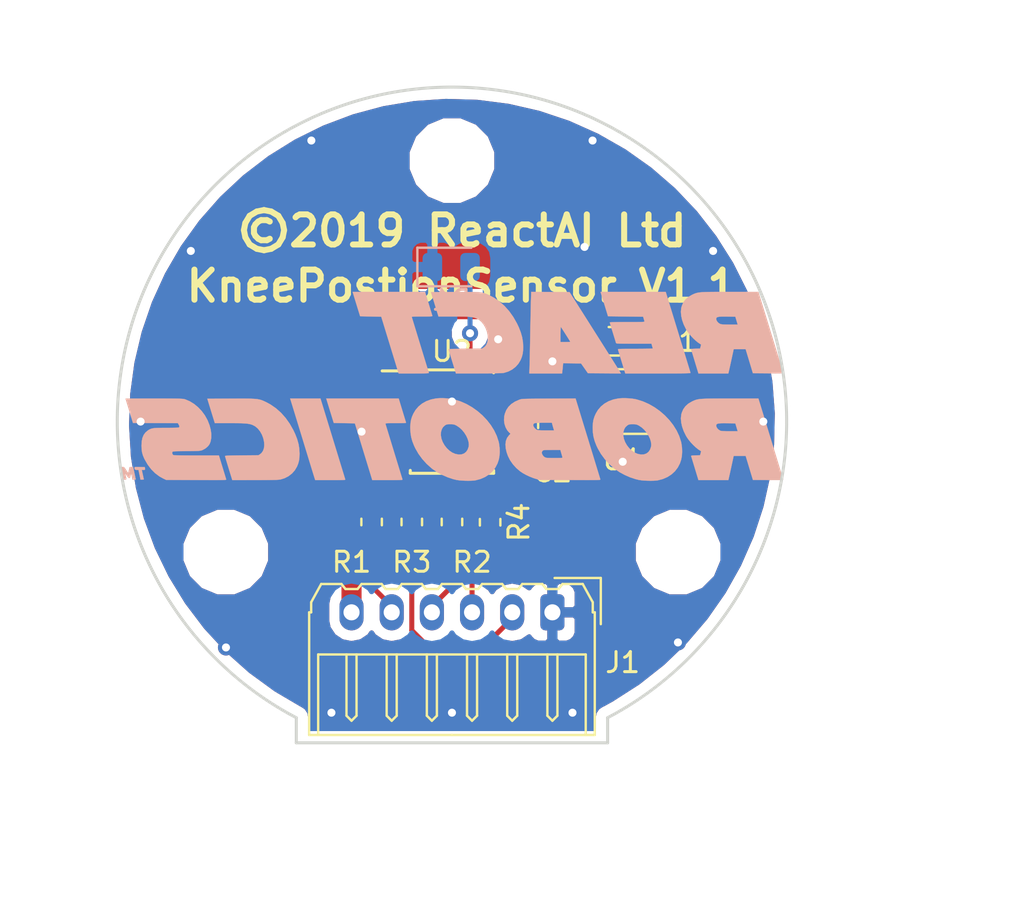
<source format=kicad_pcb>
(kicad_pcb (version 20171130) (host pcbnew 5.0.2-bee76a0~70~ubuntu18.04.1)

  (general
    (thickness 1.6)
    (drawings 8)
    (tracks 73)
    (zones 0)
    (modules 14)
    (nets 16)
  )

  (page A4)
  (layers
    (0 F.Cu signal)
    (31 B.Cu signal)
    (32 B.Adhes user)
    (33 F.Adhes user)
    (34 B.Paste user)
    (35 F.Paste user)
    (36 B.SilkS user)
    (37 F.SilkS user)
    (38 B.Mask user)
    (39 F.Mask user)
    (40 Dwgs.User user)
    (41 Cmts.User user)
    (42 Eco1.User user)
    (43 Eco2.User user)
    (44 Edge.Cuts user)
    (45 Margin user)
    (46 B.CrtYd user)
    (47 F.CrtYd user)
    (48 B.Fab user hide)
    (49 F.Fab user hide)
  )

  (setup
    (last_trace_width 0.25)
    (user_trace_width 0.5)
    (user_trace_width 1)
    (trace_clearance 0.2)
    (zone_clearance 0.508)
    (zone_45_only no)
    (trace_min 0.2)
    (segment_width 0.2)
    (edge_width 0.15)
    (via_size 0.8)
    (via_drill 0.4)
    (via_min_size 0.4)
    (via_min_drill 0.3)
    (uvia_size 0.3)
    (uvia_drill 0.1)
    (uvias_allowed no)
    (uvia_min_size 0.2)
    (uvia_min_drill 0.1)
    (pcb_text_width 0.3)
    (pcb_text_size 1.5 1.5)
    (mod_edge_width 0.15)
    (mod_text_size 1 1)
    (mod_text_width 0.15)
    (pad_size 3.2 3.2)
    (pad_drill 3.2)
    (pad_to_mask_clearance 0.051)
    (solder_mask_min_width 0.25)
    (aux_axis_origin 0 0)
    (visible_elements FFFFFF7F)
    (pcbplotparams
      (layerselection 0x010fc_ffffffff)
      (usegerberextensions false)
      (usegerberattributes false)
      (usegerberadvancedattributes false)
      (creategerberjobfile false)
      (excludeedgelayer true)
      (linewidth 0.100000)
      (plotframeref false)
      (viasonmask false)
      (mode 1)
      (useauxorigin false)
      (hpglpennumber 1)
      (hpglpenspeed 20)
      (hpglpendiameter 15.000000)
      (psnegative false)
      (psa4output false)
      (plotreference true)
      (plotvalue true)
      (plotinvisibletext false)
      (padsonsilk false)
      (subtractmaskfromsilk false)
      (outputformat 1)
      (mirror false)
      (drillshape 1)
      (scaleselection 1)
      (outputdirectory ""))
  )

  (net 0 "")
  (net 1 GND)
  (net 2 +5V)
  (net 3 +3V3)
  (net 4 "Net-(J1-Pad2)")
  (net 5 "Net-(J1-Pad4)")
  (net 6 "Net-(J1-Pad5)")
  (net 7 "Net-(R1-Pad1)")
  (net 8 "Net-(R2-Pad1)")
  (net 9 "Net-(R3-Pad1)")
  (net 10 "Net-(U1-Pad4)")
  (net 11 "Net-(U2-Pad1)")
  (net 12 "Net-(U2-Pad5)")
  (net 13 "Net-(U2-Pad8)")
  (net 14 "Net-(D1-Pad2)")
  (net 15 "Net-(J1-Pad3)")

  (net_class Default "This is the default net class."
    (clearance 0.2)
    (trace_width 0.25)
    (via_dia 0.8)
    (via_drill 0.4)
    (uvia_dia 0.3)
    (uvia_drill 0.1)
    (add_net +3V3)
    (add_net +5V)
    (add_net GND)
    (add_net "Net-(D1-Pad2)")
    (add_net "Net-(J1-Pad2)")
    (add_net "Net-(J1-Pad3)")
    (add_net "Net-(J1-Pad4)")
    (add_net "Net-(J1-Pad5)")
    (add_net "Net-(R1-Pad1)")
    (add_net "Net-(R2-Pad1)")
    (add_net "Net-(R3-Pad1)")
    (add_net "Net-(U1-Pad4)")
    (add_net "Net-(U2-Pad1)")
    (add_net "Net-(U2-Pad5)")
    (add_net "Net-(U2-Pad8)")
  )

  (module LED_SMD:LED_0805_2012Metric (layer B.Cu) (tedit 5B36C52C) (tstamp 5CE7C7AC)
    (at 99.9625 92.3)
    (descr "LED SMD 0805 (2012 Metric), square (rectangular) end terminal, IPC_7351 nominal, (Body size source: https://docs.google.com/spreadsheets/d/1BsfQQcO9C6DZCsRaXUlFlo91Tg2WpOkGARC1WS5S8t0/edit?usp=sharing), generated with kicad-footprint-generator")
    (tags diode)
    (path /5CE96098)
    (attr smd)
    (fp_text reference D1 (at 0 1.65) (layer B.SilkS)
      (effects (font (size 1 1) (thickness 0.15)) (justify mirror))
    )
    (fp_text value LED (at 0 -1.65) (layer B.Fab)
      (effects (font (size 1 1) (thickness 0.15)) (justify mirror))
    )
    (fp_line (start 1 0.6) (end -0.7 0.6) (layer B.Fab) (width 0.1))
    (fp_line (start -0.7 0.6) (end -1 0.3) (layer B.Fab) (width 0.1))
    (fp_line (start -1 0.3) (end -1 -0.6) (layer B.Fab) (width 0.1))
    (fp_line (start -1 -0.6) (end 1 -0.6) (layer B.Fab) (width 0.1))
    (fp_line (start 1 -0.6) (end 1 0.6) (layer B.Fab) (width 0.1))
    (fp_line (start 1 0.96) (end -1.685 0.96) (layer B.SilkS) (width 0.12))
    (fp_line (start -1.685 0.96) (end -1.685 -0.96) (layer B.SilkS) (width 0.12))
    (fp_line (start -1.685 -0.96) (end 1 -0.96) (layer B.SilkS) (width 0.12))
    (fp_line (start -1.68 -0.95) (end -1.68 0.95) (layer B.CrtYd) (width 0.05))
    (fp_line (start -1.68 0.95) (end 1.68 0.95) (layer B.CrtYd) (width 0.05))
    (fp_line (start 1.68 0.95) (end 1.68 -0.95) (layer B.CrtYd) (width 0.05))
    (fp_line (start 1.68 -0.95) (end -1.68 -0.95) (layer B.CrtYd) (width 0.05))
    (fp_text user %R (at 0 0) (layer B.Fab)
      (effects (font (size 0.5 0.5) (thickness 0.08)) (justify mirror))
    )
    (pad 1 smd roundrect (at -0.9375 0) (size 0.975 1.4) (layers B.Cu B.Paste B.Mask) (roundrect_rratio 0.25)
      (net 1 GND))
    (pad 2 smd roundrect (at 0.9375 0) (size 0.975 1.4) (layers B.Cu B.Paste B.Mask) (roundrect_rratio 0.25)
      (net 14 "Net-(D1-Pad2)"))
    (model ${KISYS3DMOD}/LED_SMD.3dshapes/LED_0805_2012Metric.wrl
      (at (xyz 0 0 0))
      (scale (xyz 1 1 1))
      (rotate (xyz 0 0 0))
    )
  )

  (module Resistor_SMD:R_0603_1608Metric (layer F.Cu) (tedit 5B301BBD) (tstamp 5CE7C6EB)
    (at 101.9 105.0125 270)
    (descr "Resistor SMD 0603 (1608 Metric), square (rectangular) end terminal, IPC_7351 nominal, (Body size source: http://www.tortai-tech.com/upload/download/2011102023233369053.pdf), generated with kicad-footprint-generator")
    (tags resistor)
    (path /5CE95FD7)
    (attr smd)
    (fp_text reference R4 (at 0 -1.43 270) (layer F.SilkS)
      (effects (font (size 1 1) (thickness 0.15)))
    )
    (fp_text value 1K (at 0 1.43 270) (layer F.Fab)
      (effects (font (size 1 1) (thickness 0.15)))
    )
    (fp_line (start -0.8 0.4) (end -0.8 -0.4) (layer F.Fab) (width 0.1))
    (fp_line (start -0.8 -0.4) (end 0.8 -0.4) (layer F.Fab) (width 0.1))
    (fp_line (start 0.8 -0.4) (end 0.8 0.4) (layer F.Fab) (width 0.1))
    (fp_line (start 0.8 0.4) (end -0.8 0.4) (layer F.Fab) (width 0.1))
    (fp_line (start -0.162779 -0.51) (end 0.162779 -0.51) (layer F.SilkS) (width 0.12))
    (fp_line (start -0.162779 0.51) (end 0.162779 0.51) (layer F.SilkS) (width 0.12))
    (fp_line (start -1.48 0.73) (end -1.48 -0.73) (layer F.CrtYd) (width 0.05))
    (fp_line (start -1.48 -0.73) (end 1.48 -0.73) (layer F.CrtYd) (width 0.05))
    (fp_line (start 1.48 -0.73) (end 1.48 0.73) (layer F.CrtYd) (width 0.05))
    (fp_line (start 1.48 0.73) (end -1.48 0.73) (layer F.CrtYd) (width 0.05))
    (fp_text user %R (at 0 0 270) (layer F.Fab)
      (effects (font (size 0.4 0.4) (thickness 0.06)))
    )
    (pad 1 smd roundrect (at -0.7875 0 270) (size 0.875 0.95) (layers F.Cu F.Paste F.Mask) (roundrect_rratio 0.25)
      (net 14 "Net-(D1-Pad2)"))
    (pad 2 smd roundrect (at 0.7875 0 270) (size 0.875 0.95) (layers F.Cu F.Paste F.Mask) (roundrect_rratio 0.25)
      (net 15 "Net-(J1-Pad3)"))
    (model ${KISYS3DMOD}/Resistor_SMD.3dshapes/R_0603_1608Metric.wrl
      (at (xyz 0 0 0))
      (scale (xyz 1 1 1))
      (rotate (xyz 0 0 0))
    )
  )

  (module Library:ReactRoboticsLogo (layer B.Cu) (tedit 0) (tstamp 5D090FAB)
    (at 98.1 98.3 180)
    (path /5D43E3F0)
    (fp_text reference G1 (at 0 0 180) (layer B.SilkS) hide
      (effects (font (size 1.524 1.524) (thickness 0.3)) (justify mirror))
    )
    (fp_text value LOGO (at 0.75 0 180) (layer B.SilkS) hide
      (effects (font (size 1.524 1.524) (thickness 0.3)) (justify mirror))
    )
    (fp_poly (pts (xy -10.227726 -0.542375) (xy -10.183683 -0.547435) (xy -9.929945 -0.59999) (xy -9.699004 -0.68539)
      (xy -9.493118 -0.802121) (xy -9.314547 -0.948669) (xy -9.165549 -1.123518) (xy -9.060321 -1.300338)
      (xy -8.992265 -1.455045) (xy -8.945932 -1.604566) (xy -8.918433 -1.762403) (xy -8.906879 -1.942061)
      (xy -8.906072 -2.021417) (xy -8.916471 -2.250467) (xy -8.948805 -2.464059) (xy -9.006002 -2.673939)
      (xy -9.09099 -2.891853) (xy -9.159102 -3.036504) (xy -9.314446 -3.306592) (xy -9.505071 -3.566713)
      (xy -9.723952 -3.808499) (xy -9.964067 -4.023579) (xy -10.03092 -4.075455) (xy -10.257605 -4.226966)
      (xy -10.510579 -4.363265) (xy -10.77676 -4.478444) (xy -11.043064 -4.566598) (xy -11.204758 -4.605547)
      (xy -11.322035 -4.623506) (xy -11.46546 -4.636673) (xy -11.623377 -4.644808) (xy -11.784127 -4.647671)
      (xy -11.936054 -4.645023) (xy -12.0675 -4.636625) (xy -12.153171 -4.625025) (xy -12.403464 -4.558402)
      (xy -12.629683 -4.45939) (xy -12.829662 -4.329929) (xy -13.001235 -4.171957) (xy -13.142237 -3.987413)
      (xy -13.250502 -3.778236) (xy -13.314427 -3.585433) (xy -13.346357 -3.405284) (xy -13.3584 -3.202577)
      (xy -13.350738 -2.992029) (xy -13.332025 -2.851807) (xy -11.821734 -2.851807) (xy -11.810981 -2.952835)
      (xy -11.76098 -3.096992) (xy -11.68418 -3.209211) (xy -11.583031 -3.288159) (xy -11.459982 -3.332503)
      (xy -11.317483 -3.34091) (xy -11.157983 -3.312047) (xy -11.153384 -3.310715) (xy -10.998457 -3.245836)
      (xy -10.853619 -3.14823) (xy -10.723093 -3.024344) (xy -10.611101 -2.880623) (xy -10.521865 -2.723513)
      (xy -10.459609 -2.559462) (xy -10.428553 -2.394914) (xy -10.43292 -2.236318) (xy -10.436386 -2.216071)
      (xy -10.474317 -2.082134) (xy -10.533683 -1.978836) (xy -10.619334 -1.897865) (xy -10.624162 -1.894417)
      (xy -10.671734 -1.863247) (xy -10.714561 -1.844361) (xy -10.765718 -1.834723) (xy -10.838278 -1.831296)
      (xy -10.897444 -1.830959) (xy -10.991207 -1.832447) (xy -11.058459 -1.839267) (xy -11.114988 -1.855026)
      (xy -11.176582 -1.883334) (xy -11.214363 -1.903404) (xy -11.352591 -1.995684) (xy -11.480154 -2.11378)
      (xy -11.593159 -2.250843) (xy -11.687713 -2.400025) (xy -11.759922 -2.554479) (xy -11.805893 -2.707355)
      (xy -11.821734 -2.851807) (xy -13.332025 -2.851807) (xy -13.323557 -2.788354) (xy -13.303332 -2.696173)
      (xy -13.211023 -2.414075) (xy -13.080294 -2.138689) (xy -12.914937 -1.873533) (xy -12.718744 -1.622129)
      (xy -12.49551 -1.387997) (xy -12.249025 -1.17466) (xy -11.983083 -0.985637) (xy -11.701476 -0.82445)
      (xy -11.407998 -0.694619) (xy -11.10644 -0.599665) (xy -11.024397 -0.580522) (xy -10.88655 -0.557959)
      (xy -10.722412 -0.542251) (xy -10.547532 -0.534009) (xy -10.377454 -0.533847) (xy -10.227726 -0.542375)) (layer B.SilkS) (width 0.01))
    (fp_poly (pts (xy -1.147226 -0.542375) (xy -1.103183 -0.547435) (xy -0.849445 -0.59999) (xy -0.618504 -0.68539)
      (xy -0.412618 -0.802121) (xy -0.234047 -0.948669) (xy -0.085049 -1.123518) (xy 0.020179 -1.300338)
      (xy 0.088235 -1.455045) (xy 0.134568 -1.604566) (xy 0.162067 -1.762403) (xy 0.173621 -1.942061)
      (xy 0.174428 -2.021417) (xy 0.164029 -2.250467) (xy 0.131695 -2.464059) (xy 0.074498 -2.673939)
      (xy -0.01049 -2.891853) (xy -0.078602 -3.036504) (xy -0.233946 -3.306592) (xy -0.424571 -3.566713)
      (xy -0.643452 -3.808499) (xy -0.883567 -4.023579) (xy -0.95042 -4.075455) (xy -1.177105 -4.226966)
      (xy -1.430079 -4.363265) (xy -1.69626 -4.478444) (xy -1.962564 -4.566598) (xy -2.124258 -4.605547)
      (xy -2.241535 -4.623506) (xy -2.38496 -4.636673) (xy -2.542877 -4.644808) (xy -2.703627 -4.647671)
      (xy -2.855554 -4.645023) (xy -2.987 -4.636625) (xy -3.072671 -4.625025) (xy -3.322964 -4.558402)
      (xy -3.549183 -4.45939) (xy -3.749162 -4.329929) (xy -3.920735 -4.171957) (xy -4.061737 -3.987413)
      (xy -4.170002 -3.778236) (xy -4.233927 -3.585433) (xy -4.265857 -3.405284) (xy -4.2779 -3.202577)
      (xy -4.270238 -2.992029) (xy -4.251525 -2.851807) (xy -2.741234 -2.851807) (xy -2.730481 -2.952835)
      (xy -2.68048 -3.096992) (xy -2.60368 -3.209211) (xy -2.502531 -3.288159) (xy -2.379482 -3.332503)
      (xy -2.236983 -3.34091) (xy -2.077483 -3.312047) (xy -2.072884 -3.310715) (xy -1.917957 -3.245836)
      (xy -1.773119 -3.14823) (xy -1.642593 -3.024344) (xy -1.530601 -2.880623) (xy -1.441365 -2.723513)
      (xy -1.379109 -2.559462) (xy -1.348053 -2.394914) (xy -1.35242 -2.236318) (xy -1.355886 -2.216071)
      (xy -1.393817 -2.082134) (xy -1.453183 -1.978836) (xy -1.538834 -1.897865) (xy -1.543662 -1.894417)
      (xy -1.591234 -1.863247) (xy -1.634061 -1.844361) (xy -1.685218 -1.834723) (xy -1.757778 -1.831296)
      (xy -1.816944 -1.830959) (xy -1.910707 -1.832447) (xy -1.977959 -1.839267) (xy -2.034488 -1.855026)
      (xy -2.096082 -1.883334) (xy -2.133863 -1.903404) (xy -2.272091 -1.995684) (xy -2.399654 -2.11378)
      (xy -2.512659 -2.250843) (xy -2.607213 -2.400025) (xy -2.679422 -2.554479) (xy -2.725393 -2.707355)
      (xy -2.741234 -2.851807) (xy -4.251525 -2.851807) (xy -4.243057 -2.788354) (xy -4.222832 -2.696173)
      (xy -4.130523 -2.414075) (xy -3.999794 -2.138689) (xy -3.834437 -1.873533) (xy -3.638244 -1.622129)
      (xy -3.41501 -1.387997) (xy -3.168525 -1.17466) (xy -2.902583 -0.985637) (xy -2.620976 -0.82445)
      (xy -2.327498 -0.694619) (xy -2.02594 -0.599665) (xy -1.943897 -0.580522) (xy -1.80605 -0.557959)
      (xy -1.641912 -0.542251) (xy -1.467032 -0.534009) (xy -1.296954 -0.533847) (xy -1.147226 -0.542375)) (layer B.SilkS) (width 0.01))
    (fp_poly (pts (xy -15.454842 -0.550581) (xy -15.196233 -0.550901) (xy -14.973189 -0.551793) (xy -14.782326 -0.553519)
      (xy -14.620261 -0.556343) (xy -14.483609 -0.560529) (xy -14.368986 -0.56634) (xy -14.273008 -0.574039)
      (xy -14.192291 -0.583891) (xy -14.12345 -0.596159) (xy -14.063103 -0.611106) (xy -14.007865 -0.628996)
      (xy -13.954352 -0.650092) (xy -13.899179 -0.674658) (xy -13.847514 -0.698908) (xy -13.668097 -0.804222)
      (xy -13.52328 -0.933777) (xy -13.413252 -1.087338) (xy -13.338202 -1.264676) (xy -13.316259 -1.350417)
      (xy -13.296898 -1.536227) (xy -13.311576 -1.739532) (xy -13.358902 -1.954656) (xy -13.437485 -2.175923)
      (xy -13.545936 -2.397658) (xy -13.592133 -2.476685) (xy -13.677179 -2.599312) (xy -13.78566 -2.731165)
      (xy -13.907393 -2.861545) (xy -14.032194 -2.979752) (xy -14.14988 -3.075084) (xy -14.18443 -3.099048)
      (xy -14.303609 -3.177635) (xy -14.278337 -3.276859) (xy -14.253064 -3.376084) (xy -14.024884 -3.382111)
      (xy -13.917726 -3.386353) (xy -13.848459 -3.392763) (xy -13.812672 -3.401981) (xy -13.805641 -3.413861)
      (xy -13.813875 -3.440047) (xy -13.832752 -3.501413) (xy -13.860644 -3.592625) (xy -13.895924 -3.708347)
      (xy -13.936963 -3.843245) (xy -13.982133 -3.991984) (xy -13.992744 -4.026959) (xy -14.170907 -4.614334)
      (xy -15.659541 -4.614334) (xy -15.702018 -4.429125) (xy -15.720218 -4.348531) (xy -15.74502 -4.236941)
      (xy -15.774136 -4.104744) (xy -15.805277 -3.962333) (xy -15.834905 -3.825875) (xy -15.925315 -3.407834)
      (xy -16.521105 -3.407834) (xy -16.881905 -4.60375) (xy -17.639473 -4.609311) (xy -17.841517 -4.610591)
      (xy -18.005024 -4.611081) (xy -18.133786 -4.610658) (xy -18.231595 -4.609199) (xy -18.302243 -4.606581)
      (xy -18.349521 -4.602681) (xy -18.377221 -4.597375) (xy -18.389134 -4.59054) (xy -18.390146 -4.584928)
      (xy -18.383092 -4.560874) (xy -18.364468 -4.499126) (xy -18.335123 -4.402465) (xy -18.295906 -4.273667)
      (xy -18.247664 -4.115511) (xy -18.191248 -3.930775) (xy -18.127505 -3.722237) (xy -18.057284 -3.492675)
      (xy -17.981433 -3.244869) (xy -17.900802 -2.981595) (xy -17.816239 -2.705632) (xy -17.769417 -2.552894)
      (xy -17.655141 -2.180167) (xy -16.124653 -2.180167) (xy -15.72398 -2.180167) (xy -15.563845 -2.179129)
      (xy -15.441261 -2.17582) (xy -15.351488 -2.169945) (xy -15.289792 -2.16121) (xy -15.255196 -2.151024)
      (xy -15.174302 -2.101971) (xy -15.109386 -2.035552) (xy -15.067244 -1.961693) (xy -15.05467 -1.89032)
      (xy -15.059361 -1.864943) (xy -15.074202 -1.836367) (xy -15.101555 -1.81467) (xy -15.146388 -1.799096)
      (xy -15.213674 -1.788885) (xy -15.308381 -1.783279) (xy -15.43548 -1.781521) (xy -15.597588 -1.782817)
      (xy -16.007616 -1.788584) (xy -16.066135 -1.984375) (xy -16.124653 -2.180167) (xy -17.655141 -2.180167)
      (xy -17.155584 -0.550804) (xy -15.7524 -0.550569) (xy -15.454842 -0.550581)) (layer B.SilkS) (width 0.01))
    (fp_poly (pts (xy -6.720417 -0.555218) (xy -6.450021 -0.556562) (xy -6.218561 -0.557828) (xy -6.02264 -0.559143)
      (xy -5.85886 -0.560636) (xy -5.723825 -0.562437) (xy -5.614137 -0.564673) (xy -5.526399 -0.567473)
      (xy -5.457214 -0.570965) (xy -5.403186 -0.575278) (xy -5.360917 -0.58054) (xy -5.327009 -0.58688)
      (xy -5.298067 -0.594426) (xy -5.270692 -0.603306) (xy -5.249334 -0.610853) (xy -5.036003 -0.70517)
      (xy -4.856792 -0.823383) (xy -4.712283 -0.964845) (xy -4.603059 -1.128907) (xy -4.529704 -1.314921)
      (xy -4.502467 -1.441155) (xy -4.491394 -1.628343) (xy -4.51437 -1.811405) (xy -4.569012 -1.982537)
      (xy -4.652939 -2.133934) (xy -4.7471 -2.242756) (xy -4.814663 -2.305899) (xy -4.73671 -2.385908)
      (xy -4.644182 -2.510603) (xy -4.58627 -2.658288) (xy -4.563045 -2.827477) (xy -4.574581 -3.016688)
      (xy -4.62095 -3.224435) (xy -4.686464 -3.411173) (xy -4.793178 -3.624002) (xy -4.936517 -3.829388)
      (xy -5.110775 -4.020123) (xy -5.290805 -4.174425) (xy -5.426072 -4.265107) (xy -5.589493 -4.355595)
      (xy -5.767382 -4.439258) (xy -5.946052 -4.509465) (xy -6.053667 -4.544035) (xy -6.25475 -4.60204)
      (xy -7.775188 -4.609106) (xy -8.06874 -4.610385) (xy -8.322701 -4.611271) (xy -8.539814 -4.611721)
      (xy -8.722819 -4.611692) (xy -8.874459 -4.611143) (xy -8.997475 -4.61003) (xy -9.094608 -4.60831)
      (xy -9.168601 -4.605941) (xy -9.222194 -4.60288) (xy -9.258129 -4.599084) (xy -9.279148 -4.59451)
      (xy -9.287993 -4.589116) (xy -9.288605 -4.585504) (xy -9.281536 -4.561346) (xy -9.262902 -4.499494)
      (xy -9.233551 -4.402728) (xy -9.194332 -4.273827) (xy -9.146093 -4.115568) (xy -9.089683 -3.930732)
      (xy -9.025949 -3.722098) (xy -8.955741 -3.492444) (xy -8.954815 -3.489415) (xy -7.401398 -3.489415)
      (xy -7.392439 -3.498879) (xy -7.368131 -3.505512) (xy -7.323134 -3.50981) (xy -7.25211 -3.512271)
      (xy -7.149719 -3.513391) (xy -7.010623 -3.513666) (xy -7.001972 -3.513667) (xy -6.856422 -3.513215)
      (xy -6.746634 -3.511508) (xy -6.66604 -3.508019) (xy -6.608077 -3.502219) (xy -6.566177 -3.493581)
      (xy -6.533774 -3.481578) (xy -6.520639 -3.47499) (xy -6.454624 -3.421997) (xy -6.402044 -3.348166)
      (xy -6.37351 -3.269887) (xy -6.371167 -3.244122) (xy -6.385722 -3.193455) (xy -6.4135 -3.153834)
      (xy -6.430583 -3.139324) (xy -6.452735 -3.12856) (xy -6.486014 -3.120986) (xy -6.536479 -3.116049)
      (xy -6.610188 -3.113192) (xy -6.713199 -3.111862) (xy -6.851569 -3.111504) (xy -6.875905 -3.1115)
      (xy -7.295975 -3.1115) (xy -7.342739 -3.275542) (xy -7.366195 -3.357705) (xy -7.386127 -3.427307)
      (xy -7.398891 -3.471634) (xy -7.400344 -3.476625) (xy -7.401398 -3.489415) (xy -8.954815 -3.489415)
      (xy -8.879906 -3.244549) (xy -8.799293 -2.981192) (xy -8.71475 -2.705153) (xy -8.66775 -2.55176)
      (xy -8.540905 -2.137834) (xy -6.982976 -2.137834) (xy -6.58077 -2.137834) (xy -6.428701 -2.137061)
      (xy -6.313304 -2.13449) (xy -6.228942 -2.129745) (xy -6.169979 -2.122445) (xy -6.130776 -2.112215)
      (xy -6.118637 -2.106844) (xy -6.047774 -2.056303) (xy -5.989618 -1.98979) (xy -5.954119 -1.920323)
      (xy -5.947834 -1.88341) (xy -5.951026 -1.843581) (xy -5.963862 -1.813038) (xy -5.991229 -1.790569)
      (xy -6.038014 -1.77496) (xy -6.109105 -1.765) (xy -6.209389 -1.759476) (xy -6.343753 -1.757176)
      (xy -6.458031 -1.756834) (xy -6.874142 -1.756834) (xy -6.897537 -1.846792) (xy -6.919098 -1.925531)
      (xy -6.944464 -2.012659) (xy -6.951954 -2.037292) (xy -6.982976 -2.137834) (xy -8.540905 -2.137834)
      (xy -8.053917 -0.548684) (xy -6.720417 -0.555218)) (layer B.SilkS) (width 0.01))
    (fp_poly (pts (xy 4.327781 -0.650875) (xy 4.313122 -0.699084) (xy 4.288108 -0.780821) (xy 4.254864 -0.88916)
      (xy 4.215517 -1.017179) (xy 4.172193 -1.157952) (xy 4.140933 -1.259417) (xy 3.984356 -1.767417)
      (xy 3.458613 -1.778) (xy 2.932869 -1.788584) (xy 2.067083 -4.614334) (xy 1.309372 -4.614334)
      (xy 1.102733 -4.614043) (xy 0.935088 -4.613092) (xy 0.803101 -4.611362) (xy 0.703436 -4.608737)
      (xy 0.632758 -4.605098) (xy 0.587731 -4.600327) (xy 0.565019 -4.594306) (xy 0.560844 -4.587875)
      (xy 0.568451 -4.563595) (xy 0.587381 -4.502228) (xy 0.616594 -4.407174) (xy 0.655048 -4.281832)
      (xy 0.7017 -4.129603) (xy 0.755509 -3.953886) (xy 0.815433 -3.758081) (xy 0.880431 -3.545589)
      (xy 0.949461 -3.319809) (xy 0.984016 -3.20675) (xy 1.054716 -2.975412) (xy 1.121946 -2.755446)
      (xy 1.184656 -2.550288) (xy 1.241794 -2.363371) (xy 1.292313 -2.198132) (xy 1.33516 -2.058004)
      (xy 1.369286 -1.946423) (xy 1.393641 -1.866822) (xy 1.407176 -1.822637) (xy 1.409512 -1.815042)
      (xy 1.410659 -1.803545) (xy 1.402887 -1.794701) (xy 1.381438 -1.788164) (xy 1.341551 -1.783588)
      (xy 1.278468 -1.780629) (xy 1.187427 -1.778942) (xy 1.063669 -1.77818) (xy 0.902435 -1.778)
      (xy 0.898745 -1.778) (xy 0.730294 -1.777556) (xy 0.600257 -1.776087) (xy 0.50472 -1.773394)
      (xy 0.439773 -1.769274) (xy 0.401501 -1.763525) (xy 0.385994 -1.755946) (xy 0.385507 -1.751542)
      (xy 0.393779 -1.725164) (xy 0.412714 -1.663622) (xy 0.440679 -1.572259) (xy 0.476042 -1.456418)
      (xy 0.517171 -1.321443) (xy 0.562432 -1.172677) (xy 0.57298 -1.137975) (xy 0.751416 -0.550867)
      (xy 2.554734 -0.5506) (xy 4.358051 -0.550334) (xy 4.327781 -0.650875)) (layer B.SilkS) (width 0.01))
    (fp_poly (pts (xy 6.12742 -0.640292) (xy 6.116944 -0.673615) (xy 6.095056 -0.74437) (xy 6.062694 -0.849497)
      (xy 6.020793 -0.985936) (xy 5.970293 -1.150627) (xy 5.912129 -1.34051) (xy 5.84724 -1.552525)
      (xy 5.776563 -1.783612) (xy 5.701035 -2.030711) (xy 5.621594 -2.290762) (xy 5.545496 -2.54)
      (xy 5.462908 -2.810472) (xy 5.383102 -3.071653) (xy 5.307045 -3.320389) (xy 5.235703 -3.553528)
      (xy 5.170044 -3.767917) (xy 5.111032 -3.960402) (xy 5.059636 -4.12783) (xy 5.016822 -4.267049)
      (xy 4.983557 -4.374904) (xy 4.960806 -4.448244) (xy 4.950149 -4.482042) (xy 4.907215 -4.614334)
      (xy 4.155972 -4.614334) (xy 3.95453 -4.61412) (xy 3.79164 -4.613377) (xy 3.66352 -4.611955)
      (xy 3.566391 -4.609703) (xy 3.496471 -4.606468) (xy 3.449981 -4.602101) (xy 3.42314 -4.59645)
      (xy 3.412167 -4.589363) (xy 3.411572 -4.584584) (xy 3.418618 -4.560557) (xy 3.437231 -4.498837)
      (xy 3.466564 -4.4022) (xy 3.505769 -4.273425) (xy 3.553996 -4.11529) (xy 3.610397 -3.930572)
      (xy 3.674125 -3.72205) (xy 3.74433 -3.4925) (xy 3.820164 -3.244701) (xy 3.900779 -2.98143)
      (xy 3.985327 -2.705466) (xy 4.032185 -2.552584) (xy 4.645953 -0.550334) (xy 6.15693 -0.550334)
      (xy 6.12742 -0.640292)) (layer B.SilkS) (width 0.01))
    (fp_poly (pts (xy 8.862336 -0.554427) (xy 9.095103 -0.555448) (xy 10.279062 -0.560917) (xy 10.165349 -0.931334)
      (xy 10.122176 -1.071881) (xy 10.076884 -1.21918) (xy 10.033505 -1.360121) (xy 9.996074 -1.481595)
      (xy 9.97809 -1.539875) (xy 9.904543 -1.778) (xy 9.159146 -1.77816) (xy 8.931208 -1.778698)
      (xy 8.740749 -1.780454) (xy 8.582923 -1.783801) (xy 8.452886 -1.789113) (xy 8.345792 -1.796762)
      (xy 8.256794 -1.807123) (xy 8.181048 -1.820568) (xy 8.113708 -1.837471) (xy 8.049928 -1.858205)
      (xy 8.031243 -1.865049) (xy 7.891445 -1.938911) (xy 7.764238 -2.047951) (xy 7.653244 -2.185974)
      (xy 7.56208 -2.346786) (xy 7.494368 -2.524193) (xy 7.453726 -2.711999) (xy 7.443146 -2.871441)
      (xy 7.459752 -3.023493) (xy 7.506377 -3.15586) (xy 7.580314 -3.262604) (xy 7.646959 -3.318955)
      (xy 7.733249 -3.376084) (xy 8.565624 -3.382297) (xy 8.799747 -3.384497) (xy 8.993004 -3.387326)
      (xy 9.14686 -3.390834) (xy 9.262778 -3.395073) (xy 9.342223 -3.400093) (xy 9.386658 -3.405948)
      (xy 9.398 -3.411493) (xy 9.392627 -3.437018) (xy 9.376307 -3.496665) (xy 9.348735 -3.59145)
      (xy 9.309607 -3.722389) (xy 9.258619 -3.890498) (xy 9.195468 -4.096795) (xy 9.119848 -4.342296)
      (xy 9.109374 -4.376209) (xy 9.035814 -4.614334) (xy 7.899282 -4.612651) (xy 7.628639 -4.611981)
      (xy 7.397362 -4.610788) (xy 7.202485 -4.609002) (xy 7.041042 -4.606554) (xy 6.910068 -4.603372)
      (xy 6.806597 -4.599388) (xy 6.727664 -4.594532) (xy 6.670303 -4.588733) (xy 6.63575 -4.582892)
      (xy 6.423784 -4.516007) (xy 6.231301 -4.415034) (xy 6.062703 -4.283428) (xy 5.922392 -4.124646)
      (xy 5.814771 -3.942143) (xy 5.812088 -3.936325) (xy 5.75345 -3.78929) (xy 5.714863 -3.643042)
      (xy 5.69369 -3.483946) (xy 5.687293 -3.298368) (xy 5.687304 -3.291417) (xy 5.70007 -3.049894)
      (xy 5.738566 -2.814128) (xy 5.804983 -2.575844) (xy 5.901508 -2.326766) (xy 5.995303 -2.12725)
      (xy 6.176671 -1.806054) (xy 6.382933 -1.515842) (xy 6.61255 -1.258207) (xy 6.863981 -1.034748)
      (xy 7.135689 -0.847059) (xy 7.33425 -0.739211) (xy 7.41311 -0.701129) (xy 7.48407 -0.668522)
      (xy 7.551043 -0.640982) (xy 7.617941 -0.6181) (xy 7.688678 -0.599469) (xy 7.767167 -0.58468)
      (xy 7.857321 -0.573325) (xy 7.963052 -0.564994) (xy 8.088275 -0.559281) (xy 8.236901 -0.555776)
      (xy 8.412845 -0.554071) (xy 8.620019 -0.553757) (xy 8.862336 -0.554427)) (layer B.SilkS) (width 0.01))
    (fp_poly (pts (xy 13.177091 -0.550411) (xy 13.404627 -0.550633) (xy 13.615816 -0.550988) (xy 13.807193 -0.551462)
      (xy 13.97529 -0.552043) (xy 14.116644 -0.552717) (xy 14.227787 -0.553472) (xy 14.305254 -0.554295)
      (xy 14.345579 -0.555172) (xy 14.35073 -0.555625) (xy 14.344692 -0.576398) (xy 14.327739 -0.632614)
      (xy 14.301401 -0.719257) (xy 14.267207 -0.831307) (xy 14.226688 -0.963745) (xy 14.181373 -1.111554)
      (xy 14.165222 -1.164167) (xy 13.979984 -1.767417) (xy 12.863317 -1.772896) (xy 11.746649 -1.778375)
      (xy 11.70482 -1.846979) (xy 11.670041 -1.918626) (xy 11.668578 -1.966818) (xy 11.700537 -1.99435)
      (xy 11.710458 -1.997492) (xy 11.743624 -2.000861) (xy 11.813122 -2.003918) (xy 11.912953 -2.006538)
      (xy 12.037118 -2.008598) (xy 12.179615 -2.009973) (xy 12.334444 -2.01054) (xy 12.341616 -2.010544)
      (xy 12.536585 -2.011171) (xy 12.694789 -2.013383) (xy 12.821787 -2.018003) (xy 12.923142 -2.02585)
      (xy 13.004414 -2.037745) (xy 13.071164 -2.054508) (xy 13.128952 -2.07696) (xy 13.18334 -2.105921)
      (xy 13.239888 -2.142212) (xy 13.241528 -2.143323) (xy 13.359131 -2.243111) (xy 13.448021 -2.365191)
      (xy 13.509552 -2.51282) (xy 13.545079 -2.689258) (xy 13.555956 -2.897763) (xy 13.555946 -2.899834)
      (xy 13.548942 -3.078429) (xy 13.527726 -3.231209) (xy 13.48883 -3.373302) (xy 13.428786 -3.519839)
      (xy 13.400473 -3.5783) (xy 13.248106 -3.842686) (xy 13.072423 -4.074588) (xy 12.874988 -4.27239)
      (xy 12.657364 -4.434476) (xy 12.475494 -4.53465) (xy 12.329583 -4.60375) (xy 10.829429 -4.609592)
      (xy 10.541144 -4.610675) (xy 10.292321 -4.611475) (xy 10.080092 -4.611933) (xy 9.901586 -4.611986)
      (xy 9.753933 -4.611573) (xy 9.634264 -4.610634) (xy 9.539708 -4.609107) (xy 9.467395 -4.606931)
      (xy 9.414457 -4.604045) (xy 9.378022 -4.600388) (xy 9.355221 -4.595898) (xy 9.343184 -4.590515)
      (xy 9.339042 -4.584177) (xy 9.339625 -4.577842) (xy 9.348316 -4.548451) (xy 9.367725 -4.484108)
      (xy 9.39617 -4.39034) (xy 9.431972 -4.272672) (xy 9.473452 -4.13663) (xy 9.518931 -3.987741)
      (xy 9.526355 -3.963459) (xy 9.702735 -3.386667) (xy 10.825659 -3.386343) (xy 11.040151 -3.385995)
      (xy 11.242074 -3.385117) (xy 11.427431 -3.383764) (xy 11.592223 -3.38199) (xy 11.73245 -3.379852)
      (xy 11.844113 -3.377404) (xy 11.923213 -3.374703) (xy 11.965753 -3.371803) (xy 11.971872 -3.370468)
      (xy 12.012183 -3.322156) (xy 12.027317 -3.259237) (xy 12.021341 -3.22396) (xy 12.015724 -3.211229)
      (xy 12.006593 -3.201027) (xy 11.989538 -3.193019) (xy 11.960149 -3.18687) (xy 11.914014 -3.182244)
      (xy 11.846723 -3.178807) (xy 11.753866 -3.176223) (xy 11.631033 -3.174158) (xy 11.473813 -3.172275)
      (xy 11.32005 -3.170673) (xy 11.131256 -3.16864) (xy 10.979661 -3.166576) (xy 10.860132 -3.164117)
      (xy 10.767538 -3.160899) (xy 10.696745 -3.156557) (xy 10.642621 -3.150727) (xy 10.600033 -3.143045)
      (xy 10.563849 -3.133146) (xy 10.528936 -3.120667) (xy 10.509906 -3.113167) (xy 10.369172 -3.034675)
      (xy 10.273258 -2.952353) (xy 10.208057 -2.881277) (xy 10.164358 -2.814818) (xy 10.130864 -2.733968)
      (xy 10.116222 -2.688192) (xy 10.08286 -2.51277) (xy 10.081101 -2.315938) (xy 10.110088 -2.103465)
      (xy 10.168965 -1.881119) (xy 10.256876 -1.654667) (xy 10.275638 -1.614083) (xy 10.402939 -1.386044)
      (xy 10.558579 -1.175198) (xy 10.737269 -0.986355) (xy 10.933717 -0.824329) (xy 11.142636 -0.693932)
      (xy 11.358734 -0.599976) (xy 11.407418 -0.584465) (xy 11.434495 -0.577616) (xy 11.468313 -0.571732)
      (xy 11.512051 -0.566742) (xy 11.568885 -0.562574) (xy 11.641994 -0.559158) (xy 11.734555 -0.556423)
      (xy 11.849746 -0.554297) (xy 11.990743 -0.552711) (xy 12.160726 -0.551593) (xy 12.362871 -0.550872)
      (xy 12.600357 -0.550477) (xy 12.876359 -0.550337) (xy 12.936675 -0.550333) (xy 13.177091 -0.550411)) (layer B.SilkS) (width 0.01))
    (fp_poly (pts (xy 13.828842 -3.960953) (xy 13.87354 -3.964471) (xy 13.896744 -3.972212) (xy 13.905391 -3.985121)
      (xy 13.9065 -3.998118) (xy 13.898281 -4.061772) (xy 13.868039 -4.095118) (xy 13.80739 -4.106114)
      (xy 13.792525 -4.106334) (xy 13.704246 -4.106334) (xy 13.654321 -4.34975) (xy 13.604397 -4.593167)
      (xy 13.522615 -4.593167) (xy 13.470875 -4.589535) (xy 13.443126 -4.580496) (xy 13.441595 -4.577292)
      (xy 13.446197 -4.551304) (xy 13.458077 -4.493119) (xy 13.475334 -4.411867) (xy 13.492286 -4.333875)
      (xy 13.542215 -4.106334) (xy 13.458433 -4.106334) (xy 13.404836 -4.104223) (xy 13.3823 -4.091194)
      (xy 13.379559 -4.057203) (xy 13.381283 -4.037542) (xy 13.387916 -3.96875) (xy 13.647208 -3.962807)
      (xy 13.755711 -3.960713) (xy 13.828842 -3.960953)) (layer B.SilkS) (width 0.01))
    (fp_poly (pts (xy 14.468321 -4.593167) (xy 14.388494 -4.593167) (xy 14.344952 -4.591671) (xy 14.320262 -4.58182)
      (xy 14.312213 -4.555571) (xy 14.3186 -4.504878) (xy 14.337212 -4.421699) (xy 14.339158 -4.413425)
      (xy 14.354131 -4.346484) (xy 14.363301 -4.298956) (xy 14.364785 -4.282397) (xy 14.352257 -4.296483)
      (xy 14.323591 -4.337419) (xy 14.286999 -4.393238) (xy 14.235313 -4.464925) (xy 14.193266 -4.501382)
      (xy 14.167088 -4.508391) (xy 14.13694 -4.501525) (xy 14.119032 -4.473689) (xy 14.106634 -4.414299)
      (xy 14.106437 -4.41299) (xy 14.09473 -4.353764) (xy 14.08175 -4.314816) (xy 14.076642 -4.307917)
      (xy 14.065528 -4.322126) (xy 14.05063 -4.36848) (xy 14.034973 -4.437341) (xy 14.033356 -4.445761)
      (xy 14.005542 -4.593167) (xy 13.924271 -4.593167) (xy 13.872506 -4.589442) (xy 13.84458 -4.580181)
      (xy 13.843 -4.577012) (xy 13.847228 -4.551535) (xy 13.858845 -4.492556) (xy 13.876251 -4.407941)
      (xy 13.897843 -4.305555) (xy 13.9065 -4.265084) (xy 13.929155 -4.15911) (xy 13.94824 -4.068978)
      (xy 13.962172 -4.002238) (xy 13.969363 -3.966443) (xy 13.97 -3.962521) (xy 13.988805 -3.95974)
      (xy 14.036112 -3.96076) (xy 14.059958 -3.962241) (xy 14.149916 -3.96875) (xy 14.181073 -4.111625)
      (xy 14.198028 -4.182544) (xy 14.213083 -4.233617) (xy 14.2231 -4.254274) (xy 14.223406 -4.254319)
      (xy 14.238877 -4.237501) (xy 14.270242 -4.19291) (xy 14.311608 -4.129068) (xy 14.325878 -4.106152)
      (xy 14.371636 -4.033422) (xy 14.404364 -3.989552) (xy 14.433054 -3.967249) (xy 14.466698 -3.959219)
      (xy 14.508333 -3.958167) (xy 14.599493 -3.958167) (xy 14.468321 -4.593167)) (layer B.SilkS) (width 0.01))
    (fp_poly (pts (xy -15.454842 4.762252) (xy -15.196233 4.761932) (xy -14.973189 4.761041) (xy -14.782326 4.759315)
      (xy -14.620261 4.756491) (xy -14.483609 4.752305) (xy -14.368986 4.746494) (xy -14.273008 4.738794)
      (xy -14.192291 4.728942) (xy -14.12345 4.716674) (xy -14.063103 4.701727) (xy -14.007865 4.683838)
      (xy -13.954352 4.662741) (xy -13.899179 4.638175) (xy -13.847514 4.613926) (xy -13.668097 4.508611)
      (xy -13.52328 4.379057) (xy -13.413252 4.225495) (xy -13.338202 4.048157) (xy -13.316259 3.962416)
      (xy -13.296898 3.776607) (xy -13.311576 3.573302) (xy -13.358902 3.358177) (xy -13.437485 3.13691)
      (xy -13.545936 2.915175) (xy -13.592133 2.836149) (xy -13.677179 2.713522) (xy -13.78566 2.581668)
      (xy -13.907393 2.451288) (xy -14.032194 2.333082) (xy -14.14988 2.23775) (xy -14.18443 2.213785)
      (xy -14.303609 2.135198) (xy -14.278337 2.035974) (xy -14.253064 1.93675) (xy -14.024884 1.930722)
      (xy -13.917726 1.926481) (xy -13.848459 1.920071) (xy -13.812672 1.910853) (xy -13.805641 1.898972)
      (xy -13.813875 1.872786) (xy -13.832752 1.81142) (xy -13.860644 1.720208) (xy -13.895924 1.604486)
      (xy -13.936963 1.469588) (xy -13.982133 1.320849) (xy -13.992744 1.285875) (xy -14.170907 0.6985)
      (xy -15.659541 0.6985) (xy -15.702018 0.883708) (xy -15.720218 0.964302) (xy -15.74502 1.075893)
      (xy -15.774136 1.208089) (xy -15.805277 1.3505) (xy -15.834905 1.486958) (xy -15.925315 1.905)
      (xy -16.521105 1.905) (xy -16.701505 1.307041) (xy -16.881905 0.709083) (xy -17.639473 0.703522)
      (xy -17.841517 0.702242) (xy -18.005024 0.701752) (xy -18.133786 0.702175) (xy -18.231595 0.703634)
      (xy -18.302243 0.706252) (xy -18.349521 0.710153) (xy -18.377221 0.715459) (xy -18.389134 0.722293)
      (xy -18.390146 0.727905) (xy -18.383092 0.75196) (xy -18.364468 0.813707) (xy -18.335123 0.910369)
      (xy -18.295906 1.039167) (xy -18.247664 1.197323) (xy -18.191248 1.382059) (xy -18.127505 1.590596)
      (xy -18.057284 1.820158) (xy -17.981433 2.067965) (xy -17.900802 2.331238) (xy -17.816239 2.607201)
      (xy -17.769417 2.759939) (xy -17.655141 3.132666) (xy -16.124653 3.132666) (xy -15.72398 3.132666)
      (xy -15.563845 3.133704) (xy -15.441261 3.137013) (xy -15.351488 3.142888) (xy -15.289792 3.151623)
      (xy -15.255196 3.16181) (xy -15.174302 3.210863) (xy -15.109386 3.277281) (xy -15.067244 3.35114)
      (xy -15.05467 3.422513) (xy -15.059361 3.44789) (xy -15.074202 3.476467) (xy -15.101555 3.498163)
      (xy -15.146388 3.513737) (xy -15.213674 3.523948) (xy -15.308381 3.529554) (xy -15.43548 3.531313)
      (xy -15.597588 3.530016) (xy -16.007616 3.52425) (xy -16.066135 3.328458) (xy -16.124653 3.132666)
      (xy -17.655141 3.132666) (xy -17.155584 4.76203) (xy -15.7524 4.762265) (xy -15.454842 4.762252)) (layer B.SilkS) (width 0.01))
    (fp_poly (pts (xy -9.349335 4.587875) (xy -9.372319 4.513083) (xy -9.404795 4.407256) (xy -9.443867 4.279842)
      (xy -9.486639 4.140285) (xy -9.530213 3.998033) (xy -9.535939 3.979333) (xy -9.668804 3.545416)
      (xy -11.417572 3.52425) (xy -11.444467 3.431327) (xy -11.463777 3.365431) (xy -11.479971 3.311534)
      (xy -11.483858 3.299035) (xy -11.485483 3.28932) (xy -11.481102 3.281348) (xy -11.466967 3.274948)
      (xy -11.439331 3.269948) (xy -11.394446 3.266175) (xy -11.328565 3.263457) (xy -11.23794 3.261622)
      (xy -11.118824 3.260498) (xy -10.967468 3.259913) (xy -10.780126 3.259694) (xy -10.627094 3.259666)
      (xy -10.410302 3.259191) (xy -10.219915 3.257807) (xy -10.058613 3.255574) (xy -9.92908 3.252555)
      (xy -9.833998 3.248811) (xy -9.77605 3.244403) (xy -9.757834 3.239726) (xy -9.763846 3.214673)
      (xy -9.780726 3.155049) (xy -9.806741 3.066699) (xy -9.840156 2.955466) (xy -9.879238 2.827193)
      (xy -9.906991 2.737018) (xy -9.94946 2.599506) (xy -9.988156 2.474102) (xy -10.021194 2.366929)
      (xy -10.046686 2.28411) (xy -10.062746 2.231765) (xy -10.067167 2.217208) (xy -10.072195 2.208073)
      (xy -10.083873 2.20057) (xy -10.106017 2.19454) (xy -10.142446 2.189824) (xy -10.196977 2.186261)
      (xy -10.273428 2.183692) (xy -10.375617 2.181959) (xy -10.507362 2.180902) (xy -10.67248 2.18036)
      (xy -10.874788 2.180176) (xy -10.954357 2.180166) (xy -11.830527 2.180166) (xy -11.863097 2.070491)
      (xy -11.881329 2.00611) (xy -11.893149 1.958634) (xy -11.895667 1.943491) (xy -11.875237 1.939763)
      (xy -11.816894 1.936309) (xy -11.725056 1.933219) (xy -11.604143 1.93058) (xy -11.458575 1.928481)
      (xy -11.29277 1.927008) (xy -11.111149 1.926251) (xy -11.025365 1.926166) (xy -10.810444 1.926079)
      (xy -10.634118 1.925709) (xy -10.492646 1.924895) (xy -10.382289 1.923477) (xy -10.299309 1.921293)
      (xy -10.239966 1.918183) (xy -10.200522 1.913985) (xy -10.177236 1.908539) (xy -10.166369 1.901683)
      (xy -10.164183 1.893257) (xy -10.164977 1.889125) (xy -10.173569 1.859888) (xy -10.192914 1.795701)
      (xy -10.221333 1.702081) (xy -10.257148 1.584546) (xy -10.29868 1.448613) (xy -10.344249 1.299798)
      (xy -10.351763 1.275291) (xy -10.528635 0.6985) (xy -12.15562 0.6985) (xy -12.461104 0.698589)
      (xy -12.726866 0.698888) (xy -12.955515 0.699445) (xy -13.149663 0.700308) (xy -13.31192 0.701525)
      (xy -13.444896 0.703143) (xy -13.551202 0.705211) (xy -13.633449 0.707777) (xy -13.694246 0.710888)
      (xy -13.736204 0.714593) (xy -13.761934 0.718939) (xy -13.774047 0.723975) (xy -13.775761 0.728249)
      (xy -13.768715 0.752276) (xy -13.750102 0.813997) (xy -13.720769 0.910633) (xy -13.681565 1.039408)
      (xy -13.633338 1.197543) (xy -13.576936 1.382261) (xy -13.513209 1.590784) (xy -13.443004 1.820334)
      (xy -13.367169 2.068132) (xy -13.286554 2.331403) (xy -13.202006 2.607367) (xy -13.155149 2.760249)
      (xy -12.54138 4.7625) (xy -9.295596 4.7625) (xy -9.349335 4.587875)) (layer B.SilkS) (width 0.01))
    (fp_poly (pts (xy -5.833734 4.376422) (xy -5.83087 4.280043) (xy -5.82743 4.146956) (xy -5.823536 3.982782)
      (xy -5.819309 3.793142) (xy -5.814869 3.583654) (xy -5.810337 3.359941) (xy -5.805835 3.127622)
      (xy -5.801483 2.892317) (xy -5.799916 2.804583) (xy -5.795611 2.566431) (xy -5.791092 2.326599)
      (xy -5.786487 2.091107) (xy -5.78192 1.865972) (xy -5.777516 1.657214) (xy -5.773401 1.470852)
      (xy -5.769699 1.312904) (xy -5.766536 1.189388) (xy -5.76568 1.158875) (xy -5.752389 0.6985)
      (xy -7.381713 0.6985) (xy -7.394132 0.799041) (xy -7.402653 0.873652) (xy -7.412567 0.968571)
      (xy -7.420801 1.053454) (xy -7.435052 1.207326) (xy -7.881086 1.201621) (xy -8.327121 1.195916)
      (xy -8.49843 0.9525) (xy -8.669739 0.709083) (xy -9.489625 0.703542) (xy -10.309512 0.698001)
      (xy -10.277905 0.756459) (xy -10.26253 0.781879) (xy -10.225988 0.840682) (xy -10.169773 0.930496)
      (xy -10.095381 1.04895) (xy -10.004308 1.19367) (xy -9.898051 1.362284) (xy -9.778105 1.552422)
      (xy -9.645965 1.76171) (xy -9.503128 1.987776) (xy -9.351089 2.228248) (xy -9.32042 2.276726)
      (xy -7.789334 2.276726) (xy -7.769561 2.272044) (xy -7.715813 2.268229) (xy -7.636446 2.265691)
      (xy -7.545917 2.264833) (xy -7.3025 2.264833) (xy -7.3025 2.650066) (xy -7.303451 2.776432)
      (xy -7.306119 2.881409) (xy -7.310234 2.959601) (xy -7.315523 3.005611) (xy -7.320936 3.015191)
      (xy -7.338852 2.9904) (xy -7.374146 2.937499) (xy -7.422665 2.863039) (xy -7.480254 2.773567)
      (xy -7.54276 2.675634) (xy -7.606027 2.575787) (xy -7.665903 2.480577) (xy -7.718234 2.396553)
      (xy -7.758865 2.330262) (xy -7.783643 2.288255) (xy -7.789334 2.276726) (xy -9.32042 2.276726)
      (xy -9.191344 2.480754) (xy -9.025389 2.742922) (xy -8.999747 2.783416) (xy -7.753197 4.751916)
      (xy -5.846607 4.762928) (xy -5.833734 4.376422)) (layer B.SilkS) (width 0.01))
    (fp_poly (pts (xy -2.27133 4.758406) (xy -2.038564 4.757386) (xy -0.854604 4.751916) (xy -0.968317 4.3815)
      (xy -1.01149 4.240953) (xy -1.056783 4.093653) (xy -1.100162 3.952712) (xy -1.137592 3.831238)
      (xy -1.155577 3.772958) (xy -1.229124 3.534833) (xy -1.97452 3.534673) (xy -2.202459 3.534135)
      (xy -2.392918 3.53238) (xy -2.550743 3.529032) (xy -2.680781 3.523721) (xy -2.787875 3.516071)
      (xy -2.876873 3.50571) (xy -2.952619 3.492265) (xy -3.019959 3.475362) (xy -3.083739 3.454629)
      (xy -3.102424 3.447785) (xy -3.242222 3.373922) (xy -3.369428 3.264882) (xy -3.480423 3.126859)
      (xy -3.571586 2.966047) (xy -3.639299 2.788641) (xy -3.679941 2.600834) (xy -3.690521 2.441393)
      (xy -3.673914 2.28934) (xy -3.62729 2.156973) (xy -3.553352 2.05023) (xy -3.486708 1.993879)
      (xy -3.400418 1.93675) (xy -2.568042 1.930537) (xy -2.33392 1.928336) (xy -2.140662 1.925507)
      (xy -1.986807 1.921999) (xy -1.870888 1.917761) (xy -1.791444 1.91274) (xy -1.747009 1.906886)
      (xy -1.735667 1.90134) (xy -1.74104 1.875815) (xy -1.75736 1.816168) (xy -1.784932 1.721384)
      (xy -1.82406 1.590445) (xy -1.875047 1.422335) (xy -1.938199 1.216038) (xy -2.013819 0.970538)
      (xy -2.024292 0.936625) (xy -2.097853 0.6985) (xy -3.234385 0.700183) (xy -3.505027 0.700852)
      (xy -3.736304 0.702045) (xy -3.931182 0.703831) (xy -4.092624 0.70628) (xy -4.223599 0.709461)
      (xy -4.327069 0.713445) (xy -4.406003 0.718302) (xy -4.463364 0.7241) (xy -4.497917 0.729942)
      (xy -4.709883 0.796827) (xy -4.902366 0.8978) (xy -5.070964 1.029405) (xy -5.211274 1.188187)
      (xy -5.318895 1.37069) (xy -5.321579 1.376508) (xy -5.380217 1.523544) (xy -5.418803 1.669792)
      (xy -5.439976 1.828887) (xy -5.446374 2.014466) (xy -5.446363 2.021416) (xy -5.433597 2.26294)
      (xy -5.3951 2.498706) (xy -5.328684 2.73699) (xy -5.232159 2.986067) (xy -5.138364 3.185583)
      (xy -4.956996 3.506779) (xy -4.750734 3.796992) (xy -4.521117 4.054626) (xy -4.269685 4.278085)
      (xy -3.997978 4.465775) (xy -3.799417 4.573622) (xy -3.720557 4.611705) (xy -3.649597 4.644312)
      (xy -3.582624 4.671852) (xy -3.515726 4.694733) (xy -3.444989 4.713364) (xy -3.3665 4.728153)
      (xy -3.276346 4.739509) (xy -3.170615 4.747839) (xy -3.045392 4.753553) (xy -2.896765 4.757058)
      (xy -2.720821 4.758763) (xy -2.513647 4.759076) (xy -2.27133 4.758406)) (layer B.SilkS) (width 0.01))
    (fp_poly (pts (xy 3.015447 4.661958) (xy 3.000788 4.613749) (xy 2.975774 4.532013) (xy 2.942531 4.423673)
      (xy 2.903184 4.295655) (xy 2.85986 4.154882) (xy 2.8286 4.053416) (xy 2.672023 3.545416)
      (xy 2.146279 3.534833) (xy 1.620536 3.52425) (xy 1.187642 2.111375) (xy 0.754749 0.6985)
      (xy -0.002961 0.6985) (xy -0.209601 0.698791) (xy -0.377246 0.699742) (xy -0.509233 0.701471)
      (xy -0.608897 0.704096) (xy -0.679575 0.707735) (xy -0.724602 0.712506) (xy -0.747314 0.718527)
      (xy -0.751489 0.724958) (xy -0.743883 0.749238) (xy -0.724952 0.810605) (xy -0.695739 0.90566)
      (xy -0.657286 1.031002) (xy -0.610634 1.183231) (xy -0.556825 1.358948) (xy -0.4969 1.554752)
      (xy -0.431902 1.767244) (xy -0.362872 1.993025) (xy -0.328317 2.106083) (xy -0.257617 2.337422)
      (xy -0.190387 2.557387) (xy -0.127678 2.762546) (xy -0.070539 2.949462) (xy -0.020021 3.114701)
      (xy 0.022827 3.254829) (xy 0.056953 3.366411) (xy 0.081308 3.446011) (xy 0.094842 3.490196)
      (xy 0.097179 3.497791) (xy 0.098325 3.509288) (xy 0.090554 3.518132) (xy 0.069105 3.52467)
      (xy 0.029218 3.529245) (xy -0.033866 3.532204) (xy -0.124907 3.533892) (xy -0.248664 3.534653)
      (xy -0.409898 3.534833) (xy -0.413589 3.534833) (xy -0.582039 3.535278) (xy -0.712077 3.536746)
      (xy -0.807613 3.539439) (xy -0.872561 3.54356) (xy -0.910832 3.549308) (xy -0.926339 3.556888)
      (xy -0.926826 3.561291) (xy -0.918555 3.587669) (xy -0.89962 3.649211) (xy -0.871654 3.740575)
      (xy -0.836291 3.856416) (xy -0.795163 3.99139) (xy -0.749902 4.140156) (xy -0.739353 4.174858)
      (xy -0.560917 4.761966) (xy 1.2424 4.762233) (xy 3.045718 4.7625) (xy 3.015447 4.661958)) (layer B.SilkS) (width 0.01))
  )

  (module MountingHole:MountingHole_3.2mm_M3 (layer F.Cu) (tedit 5CB6F596) (tstamp 5D00E1FE)
    (at 111.258 106.5)
    (descr "Mounting Hole 3.2mm, no annular, M3")
    (tags "mounting hole 3.2mm no annular m3")
    (path /5D43CEC7)
    (attr virtual)
    (fp_text reference H3 (at 0 -4.2) (layer F.SilkS) hide
      (effects (font (size 1 1) (thickness 0.15)))
    )
    (fp_text value MountingHole (at 0 4.2) (layer F.Fab)
      (effects (font (size 1 1) (thickness 0.15)))
    )
    (fp_text user %R (at 0.3 0) (layer F.Fab)
      (effects (font (size 1 1) (thickness 0.15)))
    )
    (fp_circle (center 0 0) (end 3.2 0) (layer Cmts.User) (width 0.15))
    (fp_circle (center 0 0) (end 3.45 0) (layer F.CrtYd) (width 0.05))
    (pad 1 np_thru_hole circle (at 0 0) (size 3.2 3.2) (drill 3.2) (layers *.Cu *.Mask))
  )

  (module MountingHole:MountingHole_3.2mm_M3 locked (layer F.Cu) (tedit 5CB6F5A4) (tstamp 5D00E1F6)
    (at 100 87)
    (descr "Mounting Hole 3.2mm, no annular, M3")
    (tags "mounting hole 3.2mm no annular m3")
    (path /5D43CE81)
    (attr virtual)
    (fp_text reference H2 (at 0 -4.2) (layer F.SilkS) hide
      (effects (font (size 1 1) (thickness 0.15)))
    )
    (fp_text value MountingHole (at 0 4.2) (layer F.Fab)
      (effects (font (size 1 1) (thickness 0.15)))
    )
    (fp_circle (center 0 0) (end 3.45 0) (layer F.CrtYd) (width 0.05))
    (fp_circle (center 0 0) (end 3.2 0) (layer Cmts.User) (width 0.15))
    (fp_text user %R (at 0.3 0) (layer F.Fab)
      (effects (font (size 1 1) (thickness 0.15)))
    )
    (pad 1 np_thru_hole circle (at 0 0) (size 3.2 3.2) (drill 3.2) (layers *.Cu *.Mask))
  )

  (module MountingHole:MountingHole_3.2mm_M3 (layer F.Cu) (tedit 5CB6F59D) (tstamp 5D00E1EE)
    (at 88.742 106.5)
    (descr "Mounting Hole 3.2mm, no annular, M3")
    (tags "mounting hole 3.2mm no annular m3")
    (path /5D43CE1F)
    (attr virtual)
    (fp_text reference H1 (at 0 -4.2) (layer F.SilkS) hide
      (effects (font (size 1 1) (thickness 0.15)))
    )
    (fp_text value MountingHole (at 0 4.2) (layer F.Fab)
      (effects (font (size 1 1) (thickness 0.15)))
    )
    (fp_text user %R (at 0.3 0) (layer F.Fab)
      (effects (font (size 1 1) (thickness 0.15)))
    )
    (fp_circle (center 0 0) (end 3.2 0) (layer Cmts.User) (width 0.15))
    (fp_circle (center 0 0) (end 3.45 0) (layer F.CrtYd) (width 0.05))
    (pad "" np_thru_hole circle (at 0 0) (size 3.2 3.2) (drill 3.2) (layers *.Cu *.Mask))
  )

  (module Connector_Molex:Molex_Micro-Latch_53254-0670_1x06_P2.00mm_Horizontal (layer F.Cu) (tedit 5B78163C) (tstamp 5CB72AAB)
    (at 105 109.5 180)
    (descr "Molex Micro-Latch Wire-to-Board Connector System, 53254-0670 (compatible alternatives: 53254-0650), 6 Pins per row (http://www.molex.com/pdm_docs/sd/532530770_sd.pdf), generated with kicad-footprint-generator")
    (tags "connector Molex Micro-Latch top entry")
    (path /5D4093B0)
    (fp_text reference J1 (at -3.5 -2.5 180) (layer F.SilkS)
      (effects (font (size 1 1) (thickness 0.15)))
    )
    (fp_text value Conn_01x06 (at 5 2.5 180) (layer F.Fab)
      (effects (font (size 1 1) (thickness 0.15)))
    )
    (fp_line (start -2 -6) (end -2 1.3) (layer F.Fab) (width 0.1))
    (fp_line (start -2 1.3) (end 12 1.3) (layer F.Fab) (width 0.1))
    (fp_line (start 12 1.3) (end 12 -6) (layer F.Fab) (width 0.1))
    (fp_line (start 12 -6) (end -2 -6) (layer F.Fab) (width 0.1))
    (fp_line (start -0.3 1.16) (end -0.5 1.41) (layer F.SilkS) (width 0.12))
    (fp_line (start -0.5 1.41) (end -1.51 1.41) (layer F.SilkS) (width 0.12))
    (fp_line (start -1.51 1.41) (end -2.01 0.5) (layer F.SilkS) (width 0.12))
    (fp_line (start -2.01 0.5) (end -2.01 0) (layer F.SilkS) (width 0.12))
    (fp_line (start -2.01 0) (end -2.11 0) (layer F.SilkS) (width 0.12))
    (fp_line (start -2.11 0) (end -2.11 -6.11) (layer F.SilkS) (width 0.12))
    (fp_line (start -2.11 -6.11) (end 5 -6.11) (layer F.SilkS) (width 0.12))
    (fp_line (start 10.3 1.16) (end 10.5 1.41) (layer F.SilkS) (width 0.12))
    (fp_line (start 10.5 1.41) (end 11.51 1.41) (layer F.SilkS) (width 0.12))
    (fp_line (start 11.51 1.41) (end 12.01 0.5) (layer F.SilkS) (width 0.12))
    (fp_line (start 12.01 0.5) (end 12.01 0) (layer F.SilkS) (width 0.12))
    (fp_line (start 12.01 0) (end 12.11 0) (layer F.SilkS) (width 0.12))
    (fp_line (start 12.11 0) (end 12.11 -6.11) (layer F.SilkS) (width 0.12))
    (fp_line (start 12.11 -6.11) (end 5 -6.11) (layer F.SilkS) (width 0.12))
    (fp_line (start -0.3 1.16) (end 0.3 1.16) (layer F.SilkS) (width 0.12))
    (fp_line (start 0.3 1.16) (end 0.5 1.41) (layer F.SilkS) (width 0.12))
    (fp_line (start 0.5 1.41) (end 1.5 1.41) (layer F.SilkS) (width 0.12))
    (fp_line (start 1.5 1.41) (end 1.7 1.16) (layer F.SilkS) (width 0.12))
    (fp_line (start 1.7 1.16) (end 2.3 1.16) (layer F.SilkS) (width 0.12))
    (fp_line (start 2.3 1.16) (end 2.5 1.41) (layer F.SilkS) (width 0.12))
    (fp_line (start 2.5 1.41) (end 3.5 1.41) (layer F.SilkS) (width 0.12))
    (fp_line (start 3.5 1.41) (end 3.7 1.16) (layer F.SilkS) (width 0.12))
    (fp_line (start 3.7 1.16) (end 4.3 1.16) (layer F.SilkS) (width 0.12))
    (fp_line (start 4.3 1.16) (end 4.5 1.41) (layer F.SilkS) (width 0.12))
    (fp_line (start 4.5 1.41) (end 5.5 1.41) (layer F.SilkS) (width 0.12))
    (fp_line (start 5.5 1.41) (end 5.7 1.16) (layer F.SilkS) (width 0.12))
    (fp_line (start 5.7 1.16) (end 6.3 1.16) (layer F.SilkS) (width 0.12))
    (fp_line (start 6.3 1.16) (end 6.5 1.41) (layer F.SilkS) (width 0.12))
    (fp_line (start 6.5 1.41) (end 7.5 1.41) (layer F.SilkS) (width 0.12))
    (fp_line (start 7.5 1.41) (end 7.7 1.16) (layer F.SilkS) (width 0.12))
    (fp_line (start 7.7 1.16) (end 8.3 1.16) (layer F.SilkS) (width 0.12))
    (fp_line (start 8.3 1.16) (end 8.5 1.41) (layer F.SilkS) (width 0.12))
    (fp_line (start 8.5 1.41) (end 9.5 1.41) (layer F.SilkS) (width 0.12))
    (fp_line (start 9.5 1.41) (end 9.7 1.16) (layer F.SilkS) (width 0.12))
    (fp_line (start 9.7 1.16) (end 10.3 1.16) (layer F.SilkS) (width 0.12))
    (fp_line (start -0.11 1.71) (end -2.41 1.71) (layer F.SilkS) (width 0.12))
    (fp_line (start -2.41 1.71) (end -2.41 -0.59) (layer F.SilkS) (width 0.12))
    (fp_line (start -0.5 1.3) (end 0 0.592893) (layer F.Fab) (width 0.1))
    (fp_line (start 0 0.592893) (end 0.5 1.3) (layer F.Fab) (width 0.1))
    (fp_line (start -1.66 -6.11) (end -1.66 -2.1) (layer F.SilkS) (width 0.12))
    (fp_line (start -1.66 -2.1) (end 11.66 -2.1) (layer F.SilkS) (width 0.12))
    (fp_line (start 11.66 -2.1) (end 11.66 -6.11) (layer F.SilkS) (width 0.12))
    (fp_line (start -0.25 -2.1) (end -0.25 -5.15) (layer F.SilkS) (width 0.12))
    (fp_line (start -0.25 -5.15) (end 0 -5.4) (layer F.SilkS) (width 0.12))
    (fp_line (start 0 -5.4) (end 0.25 -5.15) (layer F.SilkS) (width 0.12))
    (fp_line (start 0.25 -5.15) (end 0.25 -2.1) (layer F.SilkS) (width 0.12))
    (fp_line (start 1.75 -2.1) (end 1.75 -5.15) (layer F.SilkS) (width 0.12))
    (fp_line (start 1.75 -5.15) (end 2 -5.4) (layer F.SilkS) (width 0.12))
    (fp_line (start 2 -5.4) (end 2.25 -5.15) (layer F.SilkS) (width 0.12))
    (fp_line (start 2.25 -5.15) (end 2.25 -2.1) (layer F.SilkS) (width 0.12))
    (fp_line (start 3.75 -2.1) (end 3.75 -5.15) (layer F.SilkS) (width 0.12))
    (fp_line (start 3.75 -5.15) (end 4 -5.4) (layer F.SilkS) (width 0.12))
    (fp_line (start 4 -5.4) (end 4.25 -5.15) (layer F.SilkS) (width 0.12))
    (fp_line (start 4.25 -5.15) (end 4.25 -2.1) (layer F.SilkS) (width 0.12))
    (fp_line (start 5.75 -2.1) (end 5.75 -5.15) (layer F.SilkS) (width 0.12))
    (fp_line (start 5.75 -5.15) (end 6 -5.4) (layer F.SilkS) (width 0.12))
    (fp_line (start 6 -5.4) (end 6.25 -5.15) (layer F.SilkS) (width 0.12))
    (fp_line (start 6.25 -5.15) (end 6.25 -2.1) (layer F.SilkS) (width 0.12))
    (fp_line (start 7.75 -2.1) (end 7.75 -5.15) (layer F.SilkS) (width 0.12))
    (fp_line (start 7.75 -5.15) (end 8 -5.4) (layer F.SilkS) (width 0.12))
    (fp_line (start 8 -5.4) (end 8.25 -5.15) (layer F.SilkS) (width 0.12))
    (fp_line (start 8.25 -5.15) (end 8.25 -2.1) (layer F.SilkS) (width 0.12))
    (fp_line (start 9.75 -2.1) (end 9.75 -5.15) (layer F.SilkS) (width 0.12))
    (fp_line (start 9.75 -5.15) (end 10 -5.4) (layer F.SilkS) (width 0.12))
    (fp_line (start 10 -5.4) (end 10.25 -5.15) (layer F.SilkS) (width 0.12))
    (fp_line (start 10.25 -5.15) (end 10.25 -2.1) (layer F.SilkS) (width 0.12))
    (fp_line (start -2.5 -6.5) (end -2.5 1.8) (layer F.CrtYd) (width 0.05))
    (fp_line (start -2.5 1.8) (end 12.5 1.8) (layer F.CrtYd) (width 0.05))
    (fp_line (start 12.5 1.8) (end 12.5 -6.5) (layer F.CrtYd) (width 0.05))
    (fp_line (start 12.5 -6.5) (end -2.5 -6.5) (layer F.CrtYd) (width 0.05))
    (fp_text user %R (at 5 -5.3 180) (layer F.Fab)
      (effects (font (size 1 1) (thickness 0.15)))
    )
    (pad 1 thru_hole roundrect (at 0 0 180) (size 1.2 1.8) (drill 0.8) (layers *.Cu *.Mask) (roundrect_rratio 0.208333)
      (net 1 GND))
    (pad 2 thru_hole oval (at 2 0 180) (size 1.2 1.8) (drill 0.8) (layers *.Cu *.Mask)
      (net 4 "Net-(J1-Pad2)"))
    (pad 3 thru_hole oval (at 4 0 180) (size 1.2 1.8) (drill 0.8) (layers *.Cu *.Mask)
      (net 15 "Net-(J1-Pad3)"))
    (pad 4 thru_hole oval (at 6 0 180) (size 1.2 1.8) (drill 0.8) (layers *.Cu *.Mask)
      (net 5 "Net-(J1-Pad4)"))
    (pad 5 thru_hole oval (at 8 0 180) (size 1.2 1.8) (drill 0.8) (layers *.Cu *.Mask)
      (net 6 "Net-(J1-Pad5)"))
    (pad 6 thru_hole oval (at 10 0 180) (size 1.2 1.8) (drill 0.8) (layers *.Cu *.Mask)
      (net 2 +5V))
    (model ${KISYS3DMOD}/Connector_Molex.3dshapes/Molex_Micro-Latch_53254-0670_1x06_P2.00mm_Horizontal.wrl
      (at (xyz 0 0 0))
      (scale (xyz 1 1 1))
      (rotate (xyz 0 0 0))
    )
  )

  (module Package_SO:SOIC-8_3.9x4.9mm_P1.27mm (layer F.Cu) (tedit 5A02F2D3) (tstamp 5D00E688)
    (at 100 100)
    (descr "8-Lead Plastic Small Outline (SN) - Narrow, 3.90 mm Body [SOIC] (see Microchip Packaging Specification http://ww1.microchip.com/downloads/en/PackagingSpec/00000049BQ.pdf)")
    (tags "SOIC 1.27")
    (path /5D408CC4)
    (attr smd)
    (fp_text reference U2 (at 0 -3.5) (layer F.SilkS)
      (effects (font (size 1 1) (thickness 0.15)))
    )
    (fp_text value TLE5012BE1000FUMA1 (at 0 3.5) (layer F.Fab)
      (effects (font (size 1 1) (thickness 0.15)))
    )
    (fp_text user %R (at 0.05 0.25) (layer F.Fab)
      (effects (font (size 1 1) (thickness 0.15)))
    )
    (fp_line (start -0.95 -2.45) (end 1.95 -2.45) (layer F.Fab) (width 0.1))
    (fp_line (start 1.95 -2.45) (end 1.95 2.45) (layer F.Fab) (width 0.1))
    (fp_line (start 1.95 2.45) (end -1.95 2.45) (layer F.Fab) (width 0.1))
    (fp_line (start -1.95 2.45) (end -1.95 -1.45) (layer F.Fab) (width 0.1))
    (fp_line (start -1.95 -1.45) (end -0.95 -2.45) (layer F.Fab) (width 0.1))
    (fp_line (start -3.73 -2.7) (end -3.73 2.7) (layer F.CrtYd) (width 0.05))
    (fp_line (start 3.73 -2.7) (end 3.73 2.7) (layer F.CrtYd) (width 0.05))
    (fp_line (start -3.73 -2.7) (end 3.73 -2.7) (layer F.CrtYd) (width 0.05))
    (fp_line (start -3.73 2.7) (end 3.73 2.7) (layer F.CrtYd) (width 0.05))
    (fp_line (start -2.075 -2.575) (end -2.075 -2.525) (layer F.SilkS) (width 0.15))
    (fp_line (start 2.075 -2.575) (end 2.075 -2.43) (layer F.SilkS) (width 0.15))
    (fp_line (start 2.075 2.575) (end 2.075 2.43) (layer F.SilkS) (width 0.15))
    (fp_line (start -2.075 2.575) (end -2.075 2.43) (layer F.SilkS) (width 0.15))
    (fp_line (start -2.075 -2.575) (end 2.075 -2.575) (layer F.SilkS) (width 0.15))
    (fp_line (start -2.075 2.575) (end 2.075 2.575) (layer F.SilkS) (width 0.15))
    (fp_line (start -2.075 -2.525) (end -3.475 -2.525) (layer F.SilkS) (width 0.15))
    (pad 1 smd rect (at -2.7 -1.905) (size 1.55 0.6) (layers F.Cu F.Paste F.Mask)
      (net 11 "Net-(U2-Pad1)"))
    (pad 2 smd rect (at -2.7 -0.635) (size 1.55 0.6) (layers F.Cu F.Paste F.Mask)
      (net 8 "Net-(R2-Pad1)"))
    (pad 3 smd rect (at -2.7 0.635) (size 1.55 0.6) (layers F.Cu F.Paste F.Mask)
      (net 7 "Net-(R1-Pad1)"))
    (pad 4 smd rect (at -2.7 1.905) (size 1.55 0.6) (layers F.Cu F.Paste F.Mask)
      (net 9 "Net-(R3-Pad1)"))
    (pad 5 smd rect (at 2.7 1.905) (size 1.55 0.6) (layers F.Cu F.Paste F.Mask)
      (net 12 "Net-(U2-Pad5)"))
    (pad 6 smd rect (at 2.7 0.635) (size 1.55 0.6) (layers F.Cu F.Paste F.Mask)
      (net 3 +3V3))
    (pad 7 smd rect (at 2.7 -0.635) (size 1.55 0.6) (layers F.Cu F.Paste F.Mask)
      (net 1 GND))
    (pad 8 smd rect (at 2.7 -1.905) (size 1.55 0.6) (layers F.Cu F.Paste F.Mask)
      (net 13 "Net-(U2-Pad8)"))
    (model ${KISYS3DMOD}/Package_SO.3dshapes/SOIC-8_3.9x4.9mm_P1.27mm.wrl
      (at (xyz 0 0 0))
      (scale (xyz 1 1 1))
      (rotate (xyz 0 0 0))
    )
  )

  (module Capacitor_SMD:C_0805_2012Metric (layer F.Cu) (tedit 5B36C52B) (tstamp 5CF87EDB)
    (at 108.0625 96 180)
    (descr "Capacitor SMD 0805 (2012 Metric), square (rectangular) end terminal, IPC_7351 nominal, (Body size source: https://docs.google.com/spreadsheets/d/1BsfQQcO9C6DZCsRaXUlFlo91Tg2WpOkGARC1WS5S8t0/edit?usp=sharing), generated with kicad-footprint-generator")
    (tags capacitor)
    (path /5D408EF6)
    (attr smd)
    (fp_text reference C1 (at -3.1875 0 180) (layer F.SilkS)
      (effects (font (size 1 1) (thickness 0.15)))
    )
    (fp_text value 1u (at 0 1.65 180) (layer F.Fab)
      (effects (font (size 1 1) (thickness 0.15)))
    )
    (fp_text user %R (at -0.2875 -0.05 180) (layer F.Fab)
      (effects (font (size 0.5 0.5) (thickness 0.08)))
    )
    (fp_line (start 1.68 0.95) (end -1.68 0.95) (layer F.CrtYd) (width 0.05))
    (fp_line (start 1.68 -0.95) (end 1.68 0.95) (layer F.CrtYd) (width 0.05))
    (fp_line (start -1.68 -0.95) (end 1.68 -0.95) (layer F.CrtYd) (width 0.05))
    (fp_line (start -1.68 0.95) (end -1.68 -0.95) (layer F.CrtYd) (width 0.05))
    (fp_line (start -0.258578 0.71) (end 0.258578 0.71) (layer F.SilkS) (width 0.12))
    (fp_line (start -0.258578 -0.71) (end 0.258578 -0.71) (layer F.SilkS) (width 0.12))
    (fp_line (start 1 0.6) (end -1 0.6) (layer F.Fab) (width 0.1))
    (fp_line (start 1 -0.6) (end 1 0.6) (layer F.Fab) (width 0.1))
    (fp_line (start -1 -0.6) (end 1 -0.6) (layer F.Fab) (width 0.1))
    (fp_line (start -1 0.6) (end -1 -0.6) (layer F.Fab) (width 0.1))
    (pad 2 smd roundrect (at 0.9375 0 180) (size 0.975 1.4) (layers F.Cu F.Paste F.Mask) (roundrect_rratio 0.25)
      (net 1 GND))
    (pad 1 smd roundrect (at -0.9375 0 180) (size 0.975 1.4) (layers F.Cu F.Paste F.Mask) (roundrect_rratio 0.25)
      (net 2 +5V))
    (model ${KISYS3DMOD}/Capacitor_SMD.3dshapes/C_0805_2012Metric.wrl
      (at (xyz 0 0 0))
      (scale (xyz 1 1 1))
      (rotate (xyz 0 0 0))
    )
  )

  (module Capacitor_SMD:C_0805_2012Metric (layer F.Cu) (tedit 5B36C52B) (tstamp 5CF87EEC)
    (at 105 100.0625 90)
    (descr "Capacitor SMD 0805 (2012 Metric), square (rectangular) end terminal, IPC_7351 nominal, (Body size source: https://docs.google.com/spreadsheets/d/1BsfQQcO9C6DZCsRaXUlFlo91Tg2WpOkGARC1WS5S8t0/edit?usp=sharing), generated with kicad-footprint-generator")
    (tags capacitor)
    (path /5D408E98)
    (attr smd)
    (fp_text reference C2 (at -2.4375 0 180) (layer F.SilkS)
      (effects (font (size 1 1) (thickness 0.15)))
    )
    (fp_text value 1u (at 0 1.65 90) (layer F.Fab)
      (effects (font (size 1 1) (thickness 0.15)))
    )
    (fp_line (start -1 0.6) (end -1 -0.6) (layer F.Fab) (width 0.1))
    (fp_line (start -1 -0.6) (end 1 -0.6) (layer F.Fab) (width 0.1))
    (fp_line (start 1 -0.6) (end 1 0.6) (layer F.Fab) (width 0.1))
    (fp_line (start 1 0.6) (end -1 0.6) (layer F.Fab) (width 0.1))
    (fp_line (start -0.258578 -0.71) (end 0.258578 -0.71) (layer F.SilkS) (width 0.12))
    (fp_line (start -0.258578 0.71) (end 0.258578 0.71) (layer F.SilkS) (width 0.12))
    (fp_line (start -1.68 0.95) (end -1.68 -0.95) (layer F.CrtYd) (width 0.05))
    (fp_line (start -1.68 -0.95) (end 1.68 -0.95) (layer F.CrtYd) (width 0.05))
    (fp_line (start 1.68 -0.95) (end 1.68 0.95) (layer F.CrtYd) (width 0.05))
    (fp_line (start 1.68 0.95) (end -1.68 0.95) (layer F.CrtYd) (width 0.05))
    (fp_text user %R (at 0 0 90) (layer F.Fab)
      (effects (font (size 0.5 0.5) (thickness 0.08)))
    )
    (pad 1 smd roundrect (at -0.9375 0 90) (size 0.975 1.4) (layers F.Cu F.Paste F.Mask) (roundrect_rratio 0.25)
      (net 3 +3V3))
    (pad 2 smd roundrect (at 0.9375 0 90) (size 0.975 1.4) (layers F.Cu F.Paste F.Mask) (roundrect_rratio 0.25)
      (net 1 GND))
    (model ${KISYS3DMOD}/Capacitor_SMD.3dshapes/C_0805_2012Metric.wrl
      (at (xyz 0 0 0))
      (scale (xyz 1 1 1))
      (rotate (xyz 0 0 0))
    )
  )

  (module Resistor_SMD:R_0603_1608Metric (layer F.Cu) (tedit 5B301BBD) (tstamp 5CF87F26)
    (at 96 105 270)
    (descr "Resistor SMD 0603 (1608 Metric), square (rectangular) end terminal, IPC_7351 nominal, (Body size source: http://www.tortai-tech.com/upload/download/2011102023233369053.pdf), generated with kicad-footprint-generator")
    (tags resistor)
    (path /5D421BF2)
    (attr smd)
    (fp_text reference R1 (at 2 1) (layer F.SilkS)
      (effects (font (size 1 1) (thickness 0.15)))
    )
    (fp_text value 100R (at 0 1.43 270) (layer F.Fab)
      (effects (font (size 1 1) (thickness 0.15)))
    )
    (fp_line (start -0.8 0.4) (end -0.8 -0.4) (layer F.Fab) (width 0.1))
    (fp_line (start -0.8 -0.4) (end 0.8 -0.4) (layer F.Fab) (width 0.1))
    (fp_line (start 0.8 -0.4) (end 0.8 0.4) (layer F.Fab) (width 0.1))
    (fp_line (start 0.8 0.4) (end -0.8 0.4) (layer F.Fab) (width 0.1))
    (fp_line (start -0.162779 -0.51) (end 0.162779 -0.51) (layer F.SilkS) (width 0.12))
    (fp_line (start -0.162779 0.51) (end 0.162779 0.51) (layer F.SilkS) (width 0.12))
    (fp_line (start -1.48 0.73) (end -1.48 -0.73) (layer F.CrtYd) (width 0.05))
    (fp_line (start -1.48 -0.73) (end 1.48 -0.73) (layer F.CrtYd) (width 0.05))
    (fp_line (start 1.48 -0.73) (end 1.48 0.73) (layer F.CrtYd) (width 0.05))
    (fp_line (start 1.48 0.73) (end -1.48 0.73) (layer F.CrtYd) (width 0.05))
    (fp_text user %R (at 0 0 270) (layer F.Fab)
      (effects (font (size 0.4 0.4) (thickness 0.06)))
    )
    (pad 1 smd roundrect (at -0.7875 0 270) (size 0.875 0.95) (layers F.Cu F.Paste F.Mask) (roundrect_rratio 0.25)
      (net 7 "Net-(R1-Pad1)"))
    (pad 2 smd roundrect (at 0.7875 0 270) (size 0.875 0.95) (layers F.Cu F.Paste F.Mask) (roundrect_rratio 0.25)
      (net 6 "Net-(J1-Pad5)"))
    (model ${KISYS3DMOD}/Resistor_SMD.3dshapes/R_0603_1608Metric.wrl
      (at (xyz 0 0 0))
      (scale (xyz 1 1 1))
      (rotate (xyz 0 0 0))
    )
  )

  (module Resistor_SMD:R_0603_1608Metric (layer F.Cu) (tedit 5B301BBD) (tstamp 5CF87F37)
    (at 100 105 270)
    (descr "Resistor SMD 0603 (1608 Metric), square (rectangular) end terminal, IPC_7351 nominal, (Body size source: http://www.tortai-tech.com/upload/download/2011102023233369053.pdf), generated with kicad-footprint-generator")
    (tags resistor)
    (path /5D421BCC)
    (attr smd)
    (fp_text reference R2 (at 2 -1) (layer F.SilkS)
      (effects (font (size 1 1) (thickness 0.15)))
    )
    (fp_text value 100R (at 0 1.43 270) (layer F.Fab)
      (effects (font (size 1 1) (thickness 0.15)))
    )
    (fp_text user %R (at 0 0 270) (layer F.Fab)
      (effects (font (size 0.4 0.4) (thickness 0.06)))
    )
    (fp_line (start 1.48 0.73) (end -1.48 0.73) (layer F.CrtYd) (width 0.05))
    (fp_line (start 1.48 -0.73) (end 1.48 0.73) (layer F.CrtYd) (width 0.05))
    (fp_line (start -1.48 -0.73) (end 1.48 -0.73) (layer F.CrtYd) (width 0.05))
    (fp_line (start -1.48 0.73) (end -1.48 -0.73) (layer F.CrtYd) (width 0.05))
    (fp_line (start -0.162779 0.51) (end 0.162779 0.51) (layer F.SilkS) (width 0.12))
    (fp_line (start -0.162779 -0.51) (end 0.162779 -0.51) (layer F.SilkS) (width 0.12))
    (fp_line (start 0.8 0.4) (end -0.8 0.4) (layer F.Fab) (width 0.1))
    (fp_line (start 0.8 -0.4) (end 0.8 0.4) (layer F.Fab) (width 0.1))
    (fp_line (start -0.8 -0.4) (end 0.8 -0.4) (layer F.Fab) (width 0.1))
    (fp_line (start -0.8 0.4) (end -0.8 -0.4) (layer F.Fab) (width 0.1))
    (pad 2 smd roundrect (at 0.7875 0 270) (size 0.875 0.95) (layers F.Cu F.Paste F.Mask) (roundrect_rratio 0.25)
      (net 5 "Net-(J1-Pad4)"))
    (pad 1 smd roundrect (at -0.7875 0 270) (size 0.875 0.95) (layers F.Cu F.Paste F.Mask) (roundrect_rratio 0.25)
      (net 8 "Net-(R2-Pad1)"))
    (model ${KISYS3DMOD}/Resistor_SMD.3dshapes/R_0603_1608Metric.wrl
      (at (xyz 0 0 0))
      (scale (xyz 1 1 1))
      (rotate (xyz 0 0 0))
    )
  )

  (module Resistor_SMD:R_0603_1608Metric (layer F.Cu) (tedit 5B301BBD) (tstamp 5CF8A256)
    (at 98 105 270)
    (descr "Resistor SMD 0603 (1608 Metric), square (rectangular) end terminal, IPC_7351 nominal, (Body size source: http://www.tortai-tech.com/upload/download/2011102023233369053.pdf), generated with kicad-footprint-generator")
    (tags resistor)
    (path /5D421B6B)
    (attr smd)
    (fp_text reference R3 (at 2 0) (layer F.SilkS)
      (effects (font (size 1 1) (thickness 0.15)))
    )
    (fp_text value 330R (at 0 1.43 270) (layer F.Fab)
      (effects (font (size 1 1) (thickness 0.15)))
    )
    (fp_line (start -0.8 0.4) (end -0.8 -0.4) (layer F.Fab) (width 0.1))
    (fp_line (start -0.8 -0.4) (end 0.8 -0.4) (layer F.Fab) (width 0.1))
    (fp_line (start 0.8 -0.4) (end 0.8 0.4) (layer F.Fab) (width 0.1))
    (fp_line (start 0.8 0.4) (end -0.8 0.4) (layer F.Fab) (width 0.1))
    (fp_line (start -0.162779 -0.51) (end 0.162779 -0.51) (layer F.SilkS) (width 0.12))
    (fp_line (start -0.162779 0.51) (end 0.162779 0.51) (layer F.SilkS) (width 0.12))
    (fp_line (start -1.48 0.73) (end -1.48 -0.73) (layer F.CrtYd) (width 0.05))
    (fp_line (start -1.48 -0.73) (end 1.48 -0.73) (layer F.CrtYd) (width 0.05))
    (fp_line (start 1.48 -0.73) (end 1.48 0.73) (layer F.CrtYd) (width 0.05))
    (fp_line (start 1.48 0.73) (end -1.48 0.73) (layer F.CrtYd) (width 0.05))
    (fp_text user %R (at 0 0 270) (layer F.Fab)
      (effects (font (size 0.4 0.4) (thickness 0.06)))
    )
    (pad 1 smd roundrect (at -0.7875 0 270) (size 0.875 0.95) (layers F.Cu F.Paste F.Mask) (roundrect_rratio 0.25)
      (net 9 "Net-(R3-Pad1)"))
    (pad 2 smd roundrect (at 0.7875 0 270) (size 0.875 0.95) (layers F.Cu F.Paste F.Mask) (roundrect_rratio 0.25)
      (net 4 "Net-(J1-Pad2)"))
    (model ${KISYS3DMOD}/Resistor_SMD.3dshapes/R_0603_1608Metric.wrl
      (at (xyz 0 0 0))
      (scale (xyz 1 1 1))
      (rotate (xyz 0 0 0))
    )
  )

  (module Package_TO_SOT_SMD:SOT-23-5 (layer F.Cu) (tedit 5A02FF57) (tstamp 5CF87F5D)
    (at 108.5 99 180)
    (descr "5-pin SOT23 package")
    (tags SOT-23-5)
    (path /5D408D87)
    (attr smd)
    (fp_text reference U1 (at 0 -2.9 180) (layer F.SilkS)
      (effects (font (size 1 1) (thickness 0.15)))
    )
    (fp_text value LP5907MFX-3.3 (at 0 2.9 180) (layer F.Fab)
      (effects (font (size 1 1) (thickness 0.15)))
    )
    (fp_text user %R (at 0 0 270) (layer F.Fab)
      (effects (font (size 0.5 0.5) (thickness 0.075)))
    )
    (fp_line (start -0.9 1.61) (end 0.9 1.61) (layer F.SilkS) (width 0.12))
    (fp_line (start 0.9 -1.61) (end -1.55 -1.61) (layer F.SilkS) (width 0.12))
    (fp_line (start -1.9 -1.8) (end 1.9 -1.8) (layer F.CrtYd) (width 0.05))
    (fp_line (start 1.9 -1.8) (end 1.9 1.8) (layer F.CrtYd) (width 0.05))
    (fp_line (start 1.9 1.8) (end -1.9 1.8) (layer F.CrtYd) (width 0.05))
    (fp_line (start -1.9 1.8) (end -1.9 -1.8) (layer F.CrtYd) (width 0.05))
    (fp_line (start -0.9 -0.9) (end -0.25 -1.55) (layer F.Fab) (width 0.1))
    (fp_line (start 0.9 -1.55) (end -0.25 -1.55) (layer F.Fab) (width 0.1))
    (fp_line (start -0.9 -0.9) (end -0.9 1.55) (layer F.Fab) (width 0.1))
    (fp_line (start 0.9 1.55) (end -0.9 1.55) (layer F.Fab) (width 0.1))
    (fp_line (start 0.9 -1.55) (end 0.9 1.55) (layer F.Fab) (width 0.1))
    (pad 1 smd rect (at -1.1 -0.95 180) (size 1.06 0.65) (layers F.Cu F.Paste F.Mask)
      (net 2 +5V))
    (pad 2 smd rect (at -1.1 0 180) (size 1.06 0.65) (layers F.Cu F.Paste F.Mask)
      (net 1 GND))
    (pad 3 smd rect (at -1.1 0.95 180) (size 1.06 0.65) (layers F.Cu F.Paste F.Mask)
      (net 2 +5V))
    (pad 4 smd rect (at 1.1 0.95 180) (size 1.06 0.65) (layers F.Cu F.Paste F.Mask)
      (net 10 "Net-(U1-Pad4)"))
    (pad 5 smd rect (at 1.1 -0.95 180) (size 1.06 0.65) (layers F.Cu F.Paste F.Mask)
      (net 3 +3V3))
    (model ${KISYS3DMOD}/Package_TO_SOT_SMD.3dshapes/SOT-23-5.wrl
      (at (xyz 0 0 0))
      (scale (xyz 1 1 1))
      (rotate (xyz 0 0 0))
    )
  )

  (gr_line (start 92.25 116) (end 92.25 114.75) (layer Edge.Cuts) (width 0.15))
  (gr_line (start 107.75 116) (end 107.75 114.75) (layer Edge.Cuts) (width 0.15))
  (gr_text "KneePostionSensor V1.1" (at 100.5 93.25) (layer F.SilkS)
    (effects (font (size 1.5 1.5) (thickness 0.3)))
  )
  (gr_text "©2019 ReactAI Ltd" (at 100.5 90.5) (layer F.SilkS)
    (effects (font (size 1.5 1.5) (thickness 0.3)))
  )
  (gr_line (start 107.75 116) (end 92.25 116) (layer Edge.Cuts) (width 0.15))
  (gr_arc (start 100 100) (end 107.75 114.75) (angle -304.5629967) (layer Edge.Cuts) (width 0.15))
  (gr_line (start 120.5 100) (end 78 100) (layer Dwgs.User) (width 0.2))
  (gr_line (start 100 85) (end 100 124) (layer Dwgs.User) (width 0.2))

  (segment (start 105 99.125) (end 105 98.125) (width 0.5) (layer F.Cu) (net 1))
  (segment (start 104.76 99.365) (end 105 99.125) (width 0.5) (layer F.Cu) (net 1))
  (segment (start 102.7 99.365) (end 104.76 99.365) (width 0.5) (layer F.Cu) (net 1))
  (segment (start 102.225 99.365) (end 102.7 99.365) (width 0.5) (layer F.Cu) (net 1))
  (segment (start 109.475 99.125) (end 109.6 99) (width 0.5) (layer F.Cu) (net 1))
  (segment (start 108.5 97.375) (end 108.5 99.125) (width 0.25) (layer F.Cu) (net 1))
  (segment (start 105 99.125) (end 108.5 99.125) (width 0.5) (layer F.Cu) (net 1))
  (segment (start 108.5 99.125) (end 109.475 99.125) (width 0.5) (layer F.Cu) (net 1))
  (segment (start 107.125 96) (end 108.5 97.375) (width 0.25) (layer F.Cu) (net 1))
  (segment (start 108.5 99.125) (end 108.5 101) (width 0.25) (layer F.Cu) (net 1))
  (via (at 95.5 100.5) (size 0.8) (drill 0.4) (layers F.Cu B.Cu) (net 1))
  (via (at 105 97) (size 0.8) (drill 0.4) (layers F.Cu B.Cu) (net 1))
  (via (at 100 114.5) (size 0.8) (drill 0.4) (layers F.Cu B.Cu) (net 1))
  (via (at 100 99) (size 0.8) (drill 0.4) (layers F.Cu B.Cu) (net 1))
  (via (at 108.5 102) (size 0.8) (drill 0.4) (layers F.Cu B.Cu) (net 1))
  (via (at 88.75 111.249998) (size 0.8) (drill 0.4) (layers F.Cu B.Cu) (net 1))
  (via (at 111.25 111) (size 0.8) (drill 0.4) (layers F.Cu B.Cu) (net 1))
  (via (at 106 114.5) (size 0.8) (drill 0.4) (layers F.Cu B.Cu) (net 1))
  (via (at 94 114.5) (size 0.8) (drill 0.4) (layers F.Cu B.Cu) (net 1))
  (via (at 87 91.5) (size 0.8) (drill 0.4) (layers F.Cu B.Cu) (net 1))
  (via (at 113 91.5) (size 0.8) (drill 0.4) (layers F.Cu B.Cu) (net 1))
  (via (at 115.5 100) (size 0.8) (drill 0.4) (layers F.Cu B.Cu) (net 1))
  (via (at 84.5 100) (size 0.8) (drill 0.4) (layers F.Cu B.Cu) (net 1))
  (via (at 106.999999 86.000001) (size 0.8) (drill 0.4) (layers F.Cu B.Cu) (net 1))
  (via (at 93 86) (size 0.8) (drill 0.4) (layers F.Cu B.Cu) (net 1))
  (via (at 106.6 91.3) (size 0.8) (drill 0.4) (layers F.Cu B.Cu) (net 1))
  (via (at 102.3 95.9) (size 0.8) (drill 0.4) (layers F.Cu B.Cu) (net 1))
  (segment (start 110.63 98.05) (end 111 98.42) (width 0.5) (layer F.Cu) (net 2))
  (segment (start 109.6 98.05) (end 110.63 98.05) (width 0.5) (layer F.Cu) (net 2))
  (segment (start 111 98.42) (end 111 99.58) (width 0.5) (layer F.Cu) (net 2))
  (segment (start 110.63 99.95) (end 109.6 99.95) (width 0.5) (layer F.Cu) (net 2))
  (segment (start 111 99.58) (end 110.63 99.95) (width 0.5) (layer F.Cu) (net 2))
  (segment (start 109.6 96.6) (end 109.6 97.225) (width 0.5) (layer F.Cu) (net 2))
  (segment (start 109.6 97.225) (end 109.6 98.05) (width 0.5) (layer F.Cu) (net 2))
  (segment (start 109 96) (end 109.6 96.6) (width 0.5) (layer F.Cu) (net 2))
  (segment (start 109 95.2) (end 109 96) (width 1) (layer F.Cu) (net 2))
  (segment (start 95 107.6) (end 94 106.6) (width 1) (layer F.Cu) (net 2))
  (segment (start 95 109.5) (end 95 107.6) (width 1) (layer F.Cu) (net 2))
  (segment (start 94 106.6) (end 94 97) (width 1) (layer F.Cu) (net 2))
  (segment (start 94 97) (end 96.6 94.4) (width 1) (layer F.Cu) (net 2))
  (segment (start 96.6 94.4) (end 108.2 94.4) (width 1) (layer F.Cu) (net 2))
  (segment (start 108.2 94.4) (end 109 95.2) (width 1) (layer F.Cu) (net 2))
  (segment (start 106.35 101) (end 107.4 99.95) (width 0.5) (layer F.Cu) (net 3))
  (segment (start 105 101) (end 106.35 101) (width 0.5) (layer F.Cu) (net 3))
  (segment (start 104.635 100.635) (end 105 101) (width 0.5) (layer F.Cu) (net 3))
  (segment (start 102.7 100.635) (end 104.635 100.635) (width 0.5) (layer F.Cu) (net 3))
  (segment (start 103 109.8) (end 103 109.5) (width 0.25) (layer F.Cu) (net 4))
  (segment (start 101.3 111.5) (end 103 109.8) (width 0.25) (layer F.Cu) (net 4))
  (segment (start 99.1 111.5) (end 101.3 111.5) (width 0.25) (layer F.Cu) (net 4))
  (segment (start 98 105.7875) (end 98 110.4) (width 0.25) (layer F.Cu) (net 4))
  (segment (start 98 110.4) (end 99.1 111.5) (width 0.25) (layer F.Cu) (net 4))
  (segment (start 99 109.2) (end 100 108.2) (width 0.25) (layer F.Cu) (net 5))
  (segment (start 99 109.5) (end 99 109.2) (width 0.25) (layer F.Cu) (net 5))
  (segment (start 100 108.2) (end 100 105.7875) (width 0.25) (layer F.Cu) (net 5))
  (segment (start 97 109.2) (end 96 108.2) (width 0.25) (layer F.Cu) (net 6))
  (segment (start 97 109.5) (end 97 109.2) (width 0.25) (layer F.Cu) (net 6))
  (segment (start 96 108.2) (end 96 105.7875) (width 0.25) (layer F.Cu) (net 6))
  (segment (start 96 104.2125) (end 96 101.46) (width 0.25) (layer F.Cu) (net 7))
  (segment (start 96.825 100.635) (end 97.3 100.635) (width 0.25) (layer F.Cu) (net 7))
  (segment (start 96 101.46) (end 96.825 100.635) (width 0.25) (layer F.Cu) (net 7))
  (segment (start 97.775 99.365) (end 97.3 99.365) (width 0.25) (layer F.Cu) (net 8))
  (segment (start 100 101.59) (end 97.775 99.365) (width 0.25) (layer F.Cu) (net 8))
  (segment (start 100 104.2125) (end 100 101.59) (width 0.25) (layer F.Cu) (net 8))
  (segment (start 98 102.605) (end 97.3 101.905) (width 0.25) (layer F.Cu) (net 9))
  (segment (start 98 104.2125) (end 98 102.605) (width 0.25) (layer F.Cu) (net 9))
  (segment (start 100.9 96.165685) (end 100.9 95.6) (width 0.25) (layer F.Cu) (net 14))
  (segment (start 101.9 104.225) (end 100.9 103.225) (width 0.25) (layer F.Cu) (net 14))
  (via (at 100.9 95.6) (size 0.8) (drill 0.4) (layers F.Cu B.Cu) (net 14))
  (segment (start 100.9 103.225) (end 100.9 96.165685) (width 0.25) (layer F.Cu) (net 14))
  (segment (start 100.9 95.034315) (end 100.9 92) (width 0.25) (layer B.Cu) (net 14))
  (segment (start 100.9 95.6) (end 100.9 95.034315) (width 0.25) (layer B.Cu) (net 14))
  (segment (start 101 106.7) (end 101.9 105.8) (width 0.25) (layer F.Cu) (net 15))
  (segment (start 101 109.5) (end 101 106.7) (width 0.25) (layer F.Cu) (net 15))

  (zone (net 1) (net_name GND) (layer F.Cu) (tstamp 0) (hatch edge 0.508)
    (connect_pads (clearance 0.508))
    (min_thickness 0.254)
    (fill yes (arc_segments 16) (thermal_gap 0.508) (thermal_bridge_width 0.508))
    (polygon
      (pts
        (xy 77.5 79) (xy 128.5 79) (xy 128.5 118.5) (xy 77.5 118.5)
      )
    )
    (filled_polygon
      (pts
        (xy 101.256657 84.098344) (xy 102.80239 84.296864) (xy 104.321366 84.645272) (xy 105.799099 85.140245) (xy 107.221477 85.777056)
        (xy 108.57494 86.549637) (xy 109.846535 87.450593) (xy 111.02415 88.47134) (xy 112.096532 89.602126) (xy 113.053462 90.832176)
        (xy 113.885778 92.149711) (xy 114.585562 93.542197) (xy 115.146125 94.996328) (xy 115.562112 96.498209) (xy 115.829554 98.033512)
        (xy 115.945902 99.587598) (xy 115.910042 101.145612) (xy 115.722319 102.692684) (xy 115.38452 104.214073) (xy 114.899874 105.695229)
        (xy 114.273011 107.122011) (xy 113.509899 108.48083) (xy 112.617839 109.758689) (xy 111.605338 110.9434) (xy 110.482064 112.023653)
        (xy 109.258736 112.989137) (xy 107.938056 113.836397) (xy 107.503993 114.075025) (xy 107.472973 114.081195) (xy 107.23812 114.238119)
        (xy 107.081196 114.472972) (xy 107.040001 114.680074) (xy 107.040001 115.29) (xy 92.96 115.29) (xy 92.96 114.680074)
        (xy 92.918805 114.472972) (xy 92.761881 114.238119) (xy 92.527028 114.081195) (xy 92.506723 114.077156) (xy 91.238109 113.329334)
        (xy 89.979201 112.410699) (xy 88.815957 111.373612) (xy 87.759466 110.227961) (xy 86.81981 108.984679) (xy 86.005963 107.655638)
        (xy 85.325693 106.253526) (xy 85.252489 106.055431) (xy 86.507 106.055431) (xy 86.507 106.944569) (xy 86.847259 107.766026)
        (xy 87.475974 108.394741) (xy 88.297431 108.735) (xy 89.186569 108.735) (xy 90.008026 108.394741) (xy 90.636741 107.766026)
        (xy 90.977 106.944569) (xy 90.977 106.055431) (xy 90.636741 105.233974) (xy 90.008026 104.605259) (xy 89.186569 104.265)
        (xy 88.297431 104.265) (xy 87.475974 104.605259) (xy 86.847259 105.233974) (xy 86.507 106.055431) (xy 85.252489 106.055431)
        (xy 84.785488 104.79171) (xy 84.390514 103.284174) (xy 84.144533 101.745281) (xy 84.049895 100.189725) (xy 84.107505 98.632356)
        (xy 84.31681 97.088054) (xy 84.337655 97) (xy 92.842765 97) (xy 92.865001 97.111788) (xy 92.865 106.488217)
        (xy 92.842765 106.6) (xy 92.899443 106.88494) (xy 92.930854 107.042854) (xy 93.181711 107.418289) (xy 93.276481 107.481612)
        (xy 93.865001 108.070133) (xy 93.865 108.675707) (xy 93.836656 108.718127) (xy 93.765 109.078364) (xy 93.765 109.921635)
        (xy 93.836656 110.281872) (xy 94.109615 110.690385) (xy 94.518127 110.963344) (xy 95 111.059195) (xy 95.481872 110.963344)
        (xy 95.890385 110.690385) (xy 96 110.526334) (xy 96.109615 110.690385) (xy 96.518127 110.963344) (xy 97 111.059195)
        (xy 97.476686 110.964376) (xy 97.515528 110.990329) (xy 98.509671 111.984473) (xy 98.552071 112.047929) (xy 98.803463 112.215904)
        (xy 99.025148 112.26) (xy 99.025153 112.26) (xy 99.1 112.274888) (xy 99.174847 112.26) (xy 101.225153 112.26)
        (xy 101.3 112.274888) (xy 101.374847 112.26) (xy 101.374852 112.26) (xy 101.596537 112.215904) (xy 101.847929 112.047929)
        (xy 101.890331 111.98447) (xy 102.8462 111.028602) (xy 103 111.059195) (xy 103.481872 110.963344) (xy 103.84541 110.720436)
        (xy 103.861673 110.759699) (xy 104.040302 110.938327) (xy 104.273691 111.035) (xy 104.71425 111.035) (xy 104.873 110.87625)
        (xy 104.873 109.627) (xy 105.127 109.627) (xy 105.127 110.87625) (xy 105.28575 111.035) (xy 105.726309 111.035)
        (xy 105.959698 110.938327) (xy 106.138327 110.759699) (xy 106.235 110.52631) (xy 106.235 109.78575) (xy 106.07625 109.627)
        (xy 105.127 109.627) (xy 104.873 109.627) (xy 104.853 109.627) (xy 104.853 109.373) (xy 104.873 109.373)
        (xy 104.873 108.12375) (xy 105.127 108.12375) (xy 105.127 109.373) (xy 106.07625 109.373) (xy 106.235 109.21425)
        (xy 106.235 108.47369) (xy 106.138327 108.240301) (xy 105.959698 108.061673) (xy 105.726309 107.965) (xy 105.28575 107.965)
        (xy 105.127 108.12375) (xy 104.873 108.12375) (xy 104.71425 107.965) (xy 104.273691 107.965) (xy 104.040302 108.061673)
        (xy 103.861673 108.240301) (xy 103.84541 108.279564) (xy 103.481873 108.036656) (xy 103 107.940805) (xy 102.518128 108.036656)
        (xy 102.109616 108.309615) (xy 102 108.473666) (xy 101.890385 108.309615) (xy 101.76 108.222495) (xy 101.76 107.014801)
        (xy 101.889861 106.88494) (xy 102.15625 106.88494) (xy 102.487727 106.819005) (xy 102.768739 106.631239) (xy 102.956505 106.350227)
        (xy 103.015143 106.055431) (xy 109.023 106.055431) (xy 109.023 106.944569) (xy 109.363259 107.766026) (xy 109.991974 108.394741)
        (xy 110.813431 108.735) (xy 111.702569 108.735) (xy 112.524026 108.394741) (xy 113.152741 107.766026) (xy 113.493 106.944569)
        (xy 113.493 106.055431) (xy 113.152741 105.233974) (xy 112.524026 104.605259) (xy 111.702569 104.265) (xy 110.813431 104.265)
        (xy 109.991974 104.605259) (xy 109.363259 105.233974) (xy 109.023 106.055431) (xy 103.015143 106.055431) (xy 103.02244 106.01875)
        (xy 103.02244 105.58125) (xy 102.956505 105.249773) (xy 102.797964 105.0125) (xy 102.956505 104.775227) (xy 103.02244 104.44375)
        (xy 103.02244 104.00625) (xy 102.956505 103.674773) (xy 102.768739 103.393761) (xy 102.487727 103.205995) (xy 102.15625 103.14006)
        (xy 101.889861 103.14006) (xy 101.66 102.910199) (xy 101.66 102.791641) (xy 101.677235 102.803157) (xy 101.925 102.85244)
        (xy 103.475 102.85244) (xy 103.722765 102.803157) (xy 103.932809 102.662809) (xy 104.073157 102.452765) (xy 104.12244 102.205)
        (xy 104.12244 102.01347) (xy 104.202706 102.067102) (xy 104.54375 102.13494) (xy 105.45625 102.13494) (xy 105.797294 102.067102)
        (xy 106.069828 101.885) (xy 106.262839 101.885) (xy 106.35 101.902337) (xy 106.437161 101.885) (xy 106.437165 101.885)
        (xy 106.69531 101.833652) (xy 106.988049 101.638049) (xy 107.037425 101.564153) (xy 107.679139 100.92244) (xy 107.93 100.92244)
        (xy 108.177765 100.873157) (xy 108.387809 100.732809) (xy 108.5 100.564905) (xy 108.612191 100.732809) (xy 108.822235 100.873157)
        (xy 109.07 100.92244) (xy 110.13 100.92244) (xy 110.377765 100.873157) (xy 110.434871 100.835) (xy 110.542839 100.835)
        (xy 110.63 100.852337) (xy 110.717161 100.835) (xy 110.717165 100.835) (xy 110.97531 100.783652) (xy 111.268049 100.588049)
        (xy 111.317425 100.514153) (xy 111.564153 100.267425) (xy 111.638049 100.218049) (xy 111.833652 99.92531) (xy 111.885 99.667165)
        (xy 111.885 99.667162) (xy 111.902337 99.580001) (xy 111.885 99.49284) (xy 111.885 98.50716) (xy 111.902337 98.419999)
        (xy 111.885 98.332836) (xy 111.885 98.332835) (xy 111.833652 98.07469) (xy 111.638049 97.781951) (xy 111.564154 97.732576)
        (xy 111.317425 97.485847) (xy 111.268049 97.411951) (xy 110.97531 97.216348) (xy 110.717165 97.165) (xy 110.717161 97.165)
        (xy 110.63 97.147663) (xy 110.542839 97.165) (xy 110.485 97.165) (xy 110.485 96.687159) (xy 110.502337 96.599999)
        (xy 110.485 96.512839) (xy 110.485 96.512835) (xy 110.433652 96.25469) (xy 110.338164 96.111783) (xy 110.287424 96.035845)
        (xy 110.287423 96.035844) (xy 110.238049 95.961951) (xy 110.164156 95.912577) (xy 110.135 95.883421) (xy 110.135 95.311783)
        (xy 110.157235 95.2) (xy 110.069146 94.757145) (xy 110.062429 94.747093) (xy 109.818289 94.381711) (xy 109.723521 94.318389)
        (xy 109.081613 93.676481) (xy 109.018289 93.581711) (xy 108.642855 93.330854) (xy 108.311783 93.265) (xy 108.2 93.242765)
        (xy 108.088217 93.265) (xy 96.711781 93.265) (xy 96.599999 93.242765) (xy 96.488217 93.265) (xy 96.157145 93.330854)
        (xy 95.781711 93.581711) (xy 95.718389 93.676479) (xy 93.27648 96.118389) (xy 93.181712 96.181711) (xy 93.045699 96.385269)
        (xy 92.930854 96.557146) (xy 92.842765 97) (xy 84.337655 97) (xy 84.675817 95.571537) (xy 85.181093 94.097298)
        (xy 85.827822 92.679395) (xy 86.609828 91.33137) (xy 87.519643 90.066089) (xy 88.54858 88.895638) (xy 89.686836 87.831166)
        (xy 90.923521 86.882859) (xy 91.449934 86.555431) (xy 97.765 86.555431) (xy 97.765 87.444569) (xy 98.105259 88.266026)
        (xy 98.733974 88.894741) (xy 99.555431 89.235) (xy 100.444569 89.235) (xy 101.266026 88.894741) (xy 101.894741 88.266026)
        (xy 102.235 87.444569) (xy 102.235 86.555431) (xy 101.894741 85.733974) (xy 101.266026 85.105259) (xy 100.444569 84.765)
        (xy 99.555431 84.765) (xy 98.733974 85.105259) (xy 98.105259 85.733974) (xy 97.765 86.555431) (xy 91.449934 86.555431)
        (xy 92.246853 86.05975) (xy 93.644183 85.369708) (xy 95.102186 84.819312) (xy 96.60693 84.413822) (xy 98.144082 84.157102)
        (xy 99.69892 84.051607)
      )
    )
    (filled_polygon
      (pts
        (xy 99.865 95.805874) (xy 100.022569 96.18628) (xy 100.140001 96.303712) (xy 100.14 100.655199) (xy 98.72244 99.237639)
        (xy 98.72244 99.065) (xy 98.673157 98.817235) (xy 98.614868 98.73) (xy 98.673157 98.642765) (xy 98.72244 98.395)
        (xy 98.72244 97.795) (xy 98.673157 97.547235) (xy 98.532809 97.337191) (xy 98.322765 97.196843) (xy 98.075 97.14756)
        (xy 96.525 97.14756) (xy 96.277235 97.196843) (xy 96.067191 97.337191) (xy 95.926843 97.547235) (xy 95.87756 97.795)
        (xy 95.87756 98.395) (xy 95.926843 98.642765) (xy 95.985132 98.73) (xy 95.926843 98.817235) (xy 95.87756 99.065)
        (xy 95.87756 99.665) (xy 95.926843 99.912765) (xy 95.985132 100) (xy 95.926843 100.087235) (xy 95.87756 100.335)
        (xy 95.87756 100.507638) (xy 95.515528 100.869671) (xy 95.452072 100.912071) (xy 95.409672 100.975527) (xy 95.409671 100.975528)
        (xy 95.343327 101.074819) (xy 95.284097 101.163463) (xy 95.247926 101.345309) (xy 95.225112 101.46) (xy 95.240001 101.534852)
        (xy 95.24 103.308604) (xy 95.135 103.378763) (xy 95.135 97.470131) (xy 97.070132 95.535) (xy 99.865 95.535)
      )
    )
    (filled_polygon
      (pts
        (xy 102.827 99.238) (xy 102.847 99.238) (xy 102.847 99.492) (xy 102.827 99.492) (xy 102.827 99.512)
        (xy 102.573 99.512) (xy 102.573 99.492) (xy 102.553 99.492) (xy 102.553 99.238) (xy 102.573 99.238)
        (xy 102.573 99.218) (xy 102.827 99.218)
      )
    )
    (filled_polygon
      (pts
        (xy 106.0025 95.71425) (xy 106.16125 95.873) (xy 106.998 95.873) (xy 106.998 95.853) (xy 107.252 95.853)
        (xy 107.252 95.873) (xy 107.272 95.873) (xy 107.272 96.127) (xy 107.252 96.127) (xy 107.252 96.147)
        (xy 106.998 96.147) (xy 106.998 96.127) (xy 106.16125 96.127) (xy 106.0025 96.28575) (xy 106.0025 96.82631)
        (xy 106.099173 97.059699) (xy 106.277802 97.238327) (xy 106.398165 97.288183) (xy 106.271843 97.477235) (xy 106.22256 97.725)
        (xy 106.22256 98.262035) (xy 106.059699 98.099173) (xy 105.82631 98.0025) (xy 105.28575 98.0025) (xy 105.127 98.16125)
        (xy 105.127 98.998) (xy 106.17625 98.998) (xy 106.335 98.83925) (xy 106.335 98.717285) (xy 106.412191 98.832809)
        (xy 106.622235 98.973157) (xy 106.757185 99) (xy 106.622235 99.026843) (xy 106.412191 99.167191) (xy 106.283716 99.359466)
        (xy 106.17625 99.252) (xy 105.127 99.252) (xy 105.127 99.272) (xy 104.873 99.272) (xy 104.873 99.252)
        (xy 104.853 99.252) (xy 104.853 98.998) (xy 104.873 98.998) (xy 104.873 98.16125) (xy 104.71425 98.0025)
        (xy 104.17369 98.0025) (xy 104.12244 98.023728) (xy 104.12244 97.795) (xy 104.073157 97.547235) (xy 103.932809 97.337191)
        (xy 103.722765 97.196843) (xy 103.475 97.14756) (xy 101.925 97.14756) (xy 101.677235 97.196843) (xy 101.66 97.208359)
        (xy 101.66 96.303711) (xy 101.777431 96.18628) (xy 101.935 95.805874) (xy 101.935 95.535) (xy 106.0025 95.535)
      )
    )
    (filled_polygon
      (pts
        (xy 108.59375 98.873) (xy 108.672341 98.873) (xy 108.822235 98.973157) (xy 108.957185 99) (xy 108.822235 99.026843)
        (xy 108.672341 99.127) (xy 108.59375 99.127) (xy 108.454199 99.266551) (xy 108.387809 99.167191) (xy 108.177765 99.026843)
        (xy 108.042815 99) (xy 108.177765 98.973157) (xy 108.387809 98.832809) (xy 108.454199 98.733449)
      )
    )
    (filled_polygon
      (pts
        (xy 108.126084 97.086416) (xy 108.415206 97.279602) (xy 108.581761 97.312732) (xy 108.5 97.435095) (xy 108.387809 97.267191)
        (xy 108.177765 97.126843) (xy 108.099292 97.111234) (xy 108.125293 97.085233)
      )
    )
  )
  (zone (net 1) (net_name GND) (layer B.Cu) (tstamp 0) (hatch edge 0.508)
    (connect_pads (clearance 0.508))
    (min_thickness 0.254)
    (fill yes (arc_segments 16) (thermal_gap 0.508) (thermal_bridge_width 0.508))
    (polygon
      (pts
        (xy 79 80) (xy 127 80) (xy 127 117) (xy 79 117)
      )
    )
    (filled_polygon
      (pts
        (xy 101.256657 84.098344) (xy 102.80239 84.296864) (xy 104.321366 84.645272) (xy 105.799099 85.140245) (xy 107.221477 85.777056)
        (xy 108.57494 86.549637) (xy 109.846535 87.450593) (xy 111.02415 88.47134) (xy 112.096532 89.602126) (xy 113.053462 90.832176)
        (xy 113.885778 92.149711) (xy 114.585562 93.542197) (xy 115.146125 94.996328) (xy 115.562112 96.498209) (xy 115.829554 98.033512)
        (xy 115.945902 99.587598) (xy 115.910042 101.145612) (xy 115.722319 102.692684) (xy 115.38452 104.214073) (xy 114.899874 105.695229)
        (xy 114.273011 107.122011) (xy 113.509899 108.48083) (xy 112.617839 109.758689) (xy 111.605338 110.9434) (xy 110.482064 112.023653)
        (xy 109.258736 112.989137) (xy 107.938056 113.836397) (xy 107.503993 114.075025) (xy 107.472973 114.081195) (xy 107.23812 114.238119)
        (xy 107.081196 114.472972) (xy 107.040001 114.680074) (xy 107.040001 115.29) (xy 92.96 115.29) (xy 92.96 114.680074)
        (xy 92.918805 114.472972) (xy 92.761881 114.238119) (xy 92.527028 114.081195) (xy 92.506723 114.077156) (xy 91.238109 113.329334)
        (xy 89.979201 112.410699) (xy 88.815957 111.373612) (xy 87.759466 110.227961) (xy 86.890616 109.078364) (xy 93.765 109.078364)
        (xy 93.765 109.921635) (xy 93.836656 110.281872) (xy 94.109615 110.690385) (xy 94.518127 110.963344) (xy 95 111.059195)
        (xy 95.481872 110.963344) (xy 95.890385 110.690385) (xy 96 110.526334) (xy 96.109615 110.690385) (xy 96.518127 110.963344)
        (xy 97 111.059195) (xy 97.481872 110.963344) (xy 97.890385 110.690385) (xy 98 110.526334) (xy 98.109615 110.690385)
        (xy 98.518127 110.963344) (xy 99 111.059195) (xy 99.481872 110.963344) (xy 99.890385 110.690385) (xy 100 110.526334)
        (xy 100.109615 110.690385) (xy 100.518127 110.963344) (xy 101 111.059195) (xy 101.481872 110.963344) (xy 101.890385 110.690385)
        (xy 102 110.526334) (xy 102.109615 110.690385) (xy 102.518127 110.963344) (xy 103 111.059195) (xy 103.481872 110.963344)
        (xy 103.84541 110.720436) (xy 103.861673 110.759699) (xy 104.040302 110.938327) (xy 104.273691 111.035) (xy 104.71425 111.035)
        (xy 104.873 110.87625) (xy 104.873 109.627) (xy 105.127 109.627) (xy 105.127 110.87625) (xy 105.28575 111.035)
        (xy 105.726309 111.035) (xy 105.959698 110.938327) (xy 106.138327 110.759699) (xy 106.235 110.52631) (xy 106.235 109.78575)
        (xy 106.07625 109.627) (xy 105.127 109.627) (xy 104.873 109.627) (xy 104.853 109.627) (xy 104.853 109.373)
        (xy 104.873 109.373) (xy 104.873 108.12375) (xy 105.127 108.12375) (xy 105.127 109.373) (xy 106.07625 109.373)
        (xy 106.235 109.21425) (xy 106.235 108.47369) (xy 106.138327 108.240301) (xy 105.959698 108.061673) (xy 105.726309 107.965)
        (xy 105.28575 107.965) (xy 105.127 108.12375) (xy 104.873 108.12375) (xy 104.71425 107.965) (xy 104.273691 107.965)
        (xy 104.040302 108.061673) (xy 103.861673 108.240301) (xy 103.84541 108.279564) (xy 103.481873 108.036656) (xy 103 107.940805)
        (xy 102.518128 108.036656) (xy 102.109616 108.309615) (xy 102 108.473666) (xy 101.890385 108.309615) (xy 101.481873 108.036656)
        (xy 101 107.940805) (xy 100.518128 108.036656) (xy 100.109616 108.309615) (xy 100 108.473666) (xy 99.890385 108.309615)
        (xy 99.481873 108.036656) (xy 99 107.940805) (xy 98.518128 108.036656) (xy 98.109616 108.309615) (xy 98 108.473666)
        (xy 97.890385 108.309615) (xy 97.481873 108.036656) (xy 97 107.940805) (xy 96.518128 108.036656) (xy 96.109616 108.309615)
        (xy 96 108.473666) (xy 95.890385 108.309615) (xy 95.481873 108.036656) (xy 95 107.940805) (xy 94.518128 108.036656)
        (xy 94.109616 108.309615) (xy 93.836656 108.718127) (xy 93.765 109.078364) (xy 86.890616 109.078364) (xy 86.81981 108.984679)
        (xy 86.005963 107.655638) (xy 85.325693 106.253526) (xy 85.252489 106.055431) (xy 86.507 106.055431) (xy 86.507 106.944569)
        (xy 86.847259 107.766026) (xy 87.475974 108.394741) (xy 88.297431 108.735) (xy 89.186569 108.735) (xy 90.008026 108.394741)
        (xy 90.636741 107.766026) (xy 90.977 106.944569) (xy 90.977 106.055431) (xy 109.023 106.055431) (xy 109.023 106.944569)
        (xy 109.363259 107.766026) (xy 109.991974 108.394741) (xy 110.813431 108.735) (xy 111.702569 108.735) (xy 112.524026 108.394741)
        (xy 113.152741 107.766026) (xy 113.493 106.944569) (xy 113.493 106.055431) (xy 113.152741 105.233974) (xy 112.524026 104.605259)
        (xy 111.702569 104.265) (xy 110.813431 104.265) (xy 109.991974 104.605259) (xy 109.363259 105.233974) (xy 109.023 106.055431)
        (xy 90.977 106.055431) (xy 90.636741 105.233974) (xy 90.008026 104.605259) (xy 89.186569 104.265) (xy 88.297431 104.265)
        (xy 87.475974 104.605259) (xy 86.847259 105.233974) (xy 86.507 106.055431) (xy 85.252489 106.055431) (xy 84.785488 104.79171)
        (xy 84.390514 103.284174) (xy 84.144533 101.745281) (xy 84.049895 100.189725) (xy 84.107505 98.632356) (xy 84.31681 97.088054)
        (xy 84.675817 95.571537) (xy 85.181093 94.097298) (xy 85.827822 92.679395) (xy 85.882146 92.58575) (xy 97.9025 92.58575)
        (xy 97.9025 93.12631) (xy 97.999173 93.359699) (xy 98.177802 93.538327) (xy 98.411191 93.635) (xy 98.73925 93.635)
        (xy 98.898 93.47625) (xy 98.898 92.427) (xy 98.06125 92.427) (xy 97.9025 92.58575) (xy 85.882146 92.58575)
        (xy 86.527266 91.47369) (xy 97.9025 91.47369) (xy 97.9025 92.01425) (xy 98.06125 92.173) (xy 98.898 92.173)
        (xy 98.898 91.12375) (xy 99.152 91.12375) (xy 99.152 92.173) (xy 99.172 92.173) (xy 99.172 92.427)
        (xy 99.152 92.427) (xy 99.152 93.47625) (xy 99.31075 93.635) (xy 99.638809 93.635) (xy 99.872198 93.538327)
        (xy 100.025293 93.385233) (xy 100.026084 93.386416) (xy 100.140001 93.462533) (xy 100.14 94.896289) (xy 100.022569 95.01372)
        (xy 99.865 95.394126) (xy 99.865 95.805874) (xy 100.022569 96.18628) (xy 100.31372 96.477431) (xy 100.694126 96.635)
        (xy 101.105874 96.635) (xy 101.48628 96.477431) (xy 101.777431 96.18628) (xy 101.935 95.805874) (xy 101.935 95.394126)
        (xy 101.777431 95.01372) (xy 101.66 94.896289) (xy 101.66 93.462533) (xy 101.773916 93.386416) (xy 101.967102 93.097294)
        (xy 102.03494 92.75625) (xy 102.03494 91.84375) (xy 101.967102 91.502706) (xy 101.773916 91.213584) (xy 101.484794 91.020398)
        (xy 101.14375 90.95256) (xy 100.65625 90.95256) (xy 100.315206 91.020398) (xy 100.026084 91.213584) (xy 100.025293 91.214767)
        (xy 99.872198 91.061673) (xy 99.638809 90.965) (xy 99.31075 90.965) (xy 99.152 91.12375) (xy 98.898 91.12375)
        (xy 98.73925 90.965) (xy 98.411191 90.965) (xy 98.177802 91.061673) (xy 97.999173 91.240301) (xy 97.9025 91.47369)
        (xy 86.527266 91.47369) (xy 86.609828 91.33137) (xy 87.519643 90.066089) (xy 88.54858 88.895638) (xy 89.686836 87.831166)
        (xy 90.923521 86.882859) (xy 91.449934 86.555431) (xy 97.765 86.555431) (xy 97.765 87.444569) (xy 98.105259 88.266026)
        (xy 98.733974 88.894741) (xy 99.555431 89.235) (xy 100.444569 89.235) (xy 101.266026 88.894741) (xy 101.894741 88.266026)
        (xy 102.235 87.444569) (xy 102.235 86.555431) (xy 101.894741 85.733974) (xy 101.266026 85.105259) (xy 100.444569 84.765)
        (xy 99.555431 84.765) (xy 98.733974 85.105259) (xy 98.105259 85.733974) (xy 97.765 86.555431) (xy 91.449934 86.555431)
        (xy 92.246853 86.05975) (xy 93.644183 85.369708) (xy 95.102186 84.819312) (xy 96.60693 84.413822) (xy 98.144082 84.157102)
        (xy 99.69892 84.051607)
      )
    )
  )
)

</source>
